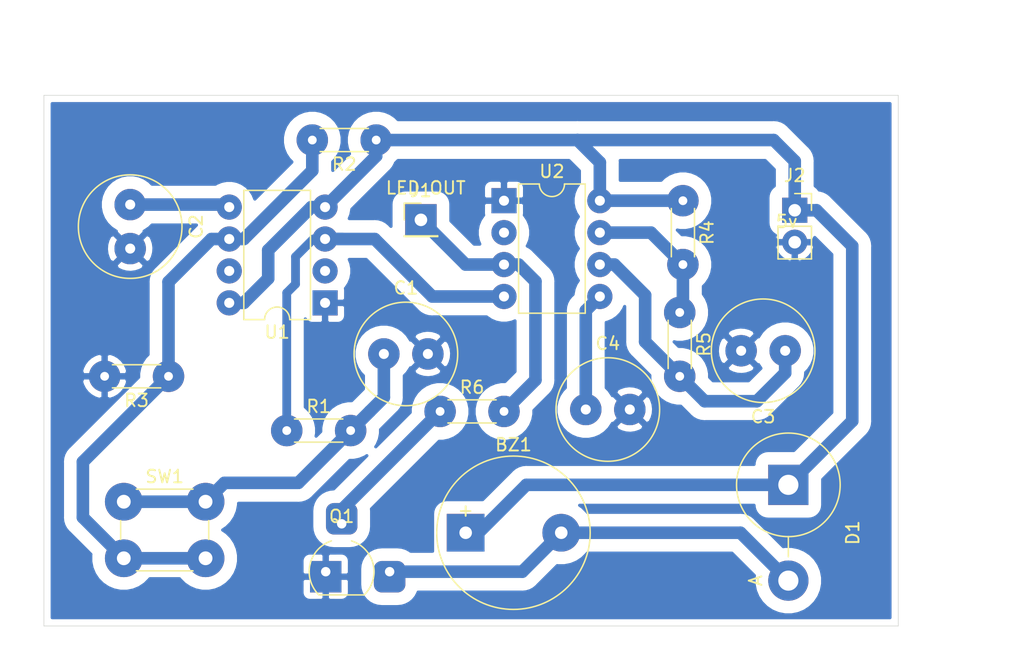
<source format=kicad_pcb>
(kicad_pcb (version 20171130) (host pcbnew 5.1.7-a382d34a8~87~ubuntu18.04.1)

  (general
    (thickness 1.6)
    (drawings 8)
    (tracks 75)
    (zones 0)
    (modules 18)
    (nets 13)
  )

  (page A4)
  (layers
    (0 F.Cu signal)
    (31 B.Cu signal)
    (32 B.Adhes user)
    (33 F.Adhes user)
    (34 B.Paste user)
    (35 F.Paste user)
    (36 B.SilkS user)
    (37 F.SilkS user)
    (38 B.Mask user)
    (39 F.Mask user)
    (40 Dwgs.User user)
    (41 Cmts.User user)
    (42 Eco1.User user)
    (43 Eco2.User user)
    (44 Edge.Cuts user)
    (45 Margin user)
    (46 B.CrtYd user)
    (47 F.CrtYd user)
    (48 B.Fab user)
    (49 F.Fab user)
  )

  (setup
    (last_trace_width 1)
    (user_trace_width 0.381)
    (user_trace_width 0.508)
    (user_trace_width 0.7)
    (user_trace_width 1)
    (trace_clearance 0.2)
    (zone_clearance 0.508)
    (zone_45_only no)
    (trace_min 0.2)
    (via_size 0.8)
    (via_drill 0.4)
    (via_min_size 0.4)
    (via_min_drill 0.3)
    (uvia_size 0.3)
    (uvia_drill 0.1)
    (uvias_allowed no)
    (uvia_min_size 0.2)
    (uvia_min_drill 0.1)
    (edge_width 0.05)
    (segment_width 0.2)
    (pcb_text_width 0.3)
    (pcb_text_size 1.5 1.5)
    (mod_edge_width 0.12)
    (mod_text_size 1 1)
    (mod_text_width 0.15)
    (pad_size 2.5 2.5)
    (pad_drill 0.7)
    (pad_to_mask_clearance 0)
    (aux_axis_origin 0 0)
    (visible_elements 7FFFFFFF)
    (pcbplotparams
      (layerselection 0x01000_ffffffff)
      (usegerberextensions false)
      (usegerberattributes true)
      (usegerberadvancedattributes true)
      (creategerberjobfile true)
      (excludeedgelayer false)
      (linewidth 0.100000)
      (plotframeref false)
      (viasonmask false)
      (mode 1)
      (useauxorigin false)
      (hpglpennumber 1)
      (hpglpenspeed 20)
      (hpglpendiameter 15.000000)
      (psnegative false)
      (psa4output false)
      (plotreference true)
      (plotvalue true)
      (plotinvisibletext false)
      (padsonsilk false)
      (subtractmaskfromsilk false)
      (outputformat 4)
      (mirror true)
      (drillshape 1)
      (scaleselection 1)
      (outputdirectory "./svg/"))
  )

  (net 0 "")
  (net 1 GND)
  (net 2 "Net-(C1-Pad1)")
  (net 3 VCC)
  (net 4 OUT)
  (net 5 OUT1)
  (net 6 "Net-(BZ1-Pad2)")
  (net 7 /CTRL1)
  (net 8 /THR2)
  (net 9 /CTRL2)
  (net 10 /THR1)
  (net 11 /DIS2)
  (net 12 "Net-(Q1-Pad2)")

  (net_class Default "This is the default net class."
    (clearance 0.2)
    (trace_width 0.25)
    (via_dia 0.8)
    (via_drill 0.4)
    (uvia_dia 0.3)
    (uvia_drill 0.1)
  )

  (net_class homemade ""
    (clearance 0.508)
    (trace_width 0.508)
    (via_dia 0.8)
    (via_drill 0.4)
    (uvia_dia 0.3)
    (uvia_drill 0.1)
  )

  (net_class homemade2 ""
    (clearance 0.7)
    (trace_width 0.7)
    (via_dia 0.8)
    (via_drill 0.4)
    (uvia_dia 0.3)
    (uvia_drill 0.1)
  )

  (net_class homemade3 ""
    (clearance 1)
    (trace_width 1)
    (via_dia 0.8)
    (via_drill 0.4)
    (uvia_dia 0.3)
    (uvia_drill 0.1)
    (add_net /CTRL1)
    (add_net /CTRL2)
    (add_net /DIS2)
    (add_net /THR1)
    (add_net /THR2)
    (add_net GND)
    (add_net "Net-(BZ1-Pad2)")
    (add_net "Net-(C1-Pad1)")
    (add_net "Net-(Q1-Pad2)")
    (add_net OUT)
    (add_net OUT1)
    (add_net VCC)
  )

  (module Package_DIP:DIP-8_W7.62mm (layer F.Cu) (tedit 5F99A797) (tstamp 5F8B7726)
    (at 226.2632 36.0172 180)
    (descr "8-lead though-hole mounted DIP package, row spacing 7.62 mm (300 mils)")
    (tags "THT DIP DIL PDIP 2.54mm 7.62mm 300mil")
    (path /5F8B1729)
    (fp_text reference U1 (at 3.81 -2.33) (layer F.SilkS)
      (effects (font (size 1 1) (thickness 0.15)))
    )
    (fp_text value TLC555xP (at 3.81 9.95) (layer F.Fab)
      (effects (font (size 1 1) (thickness 0.15)))
    )
    (fp_line (start 8.7 -1.55) (end -1.1 -1.55) (layer F.CrtYd) (width 0.05))
    (fp_line (start 8.7 9.15) (end 8.7 -1.55) (layer F.CrtYd) (width 0.05))
    (fp_line (start -1.1 9.15) (end 8.7 9.15) (layer F.CrtYd) (width 0.05))
    (fp_line (start -1.1 -1.55) (end -1.1 9.15) (layer F.CrtYd) (width 0.05))
    (fp_line (start 6.46 -1.33) (end 4.81 -1.33) (layer F.SilkS) (width 0.12))
    (fp_line (start 6.46 8.95) (end 6.46 -1.33) (layer F.SilkS) (width 0.12))
    (fp_line (start 1.16 8.95) (end 6.46 8.95) (layer F.SilkS) (width 0.12))
    (fp_line (start 1.16 -1.33) (end 1.16 8.95) (layer F.SilkS) (width 0.12))
    (fp_line (start 2.81 -1.33) (end 1.16 -1.33) (layer F.SilkS) (width 0.12))
    (fp_line (start 0.635 -0.27) (end 1.635 -1.27) (layer F.Fab) (width 0.1))
    (fp_line (start 0.635 8.89) (end 0.635 -0.27) (layer F.Fab) (width 0.1))
    (fp_line (start 6.985 8.89) (end 0.635 8.89) (layer F.Fab) (width 0.1))
    (fp_line (start 6.985 -1.27) (end 6.985 8.89) (layer F.Fab) (width 0.1))
    (fp_line (start 1.635 -1.27) (end 6.985 -1.27) (layer F.Fab) (width 0.1))
    (fp_text user %R (at 3.81 3.81) (layer F.Fab)
      (effects (font (size 1 1) (thickness 0.15)))
    )
    (fp_arc (start 3.81 -1.33) (end 2.81 -1.33) (angle -180) (layer F.SilkS) (width 0.12))
    (pad 8 thru_hole oval (at 7.62 0 180) (size 2 2) (drill 0.8) (layers *.Cu *.Mask)
      (net 3 VCC))
    (pad 4 thru_hole oval (at 0 7.62 180) (size 2 2) (drill 0.8) (layers *.Cu *.Mask)
      (net 3 VCC))
    (pad 7 thru_hole oval (at 7.62 2.54 180) (size 2 2) (drill 0.8) (layers *.Cu *.Mask))
    (pad 3 thru_hole oval (at 0 5.08 180) (size 2 2) (drill 0.8) (layers *.Cu *.Mask)
      (net 5 OUT1))
    (pad 6 thru_hole oval (at 7.62 5.08 180) (size 2 2) (drill 0.8) (layers *.Cu *.Mask)
      (net 10 /THR1))
    (pad 2 thru_hole oval (at 0 2.54 180) (size 2 2) (drill 0.8) (layers *.Cu *.Mask)
      (net 10 /THR1))
    (pad 5 thru_hole oval (at 7.62 7.62 180) (size 2 2) (drill 0.8) (layers *.Cu *.Mask)
      (net 7 /CTRL1))
    (pad 1 thru_hole rect (at 0 0 180) (size 2 2) (drill 0.8) (layers *.Cu *.Mask)
      (net 1 GND))
    (model ${KISYS3DMOD}/Package_DIP.3dshapes/DIP-8_W7.62mm.wrl
      (at (xyz 0 0 0))
      (scale (xyz 1 1 1))
      (rotate (xyz 0 0 0))
    )
  )

  (module Resistor_THT:R_Axial_DIN0204_L3.6mm_D1.6mm_P5.08mm_Horizontal (layer F.Cu) (tedit 5F99A6E7) (tstamp 5F94C652)
    (at 235.4072 44.6532)
    (descr "Resistor, Axial_DIN0204 series, Axial, Horizontal, pin pitch=5.08mm, 0.167W, length*diameter=3.6*1.6mm^2, http://cdn-reichelt.de/documents/datenblatt/B400/1_4W%23YAG.pdf")
    (tags "Resistor Axial_DIN0204 series Axial Horizontal pin pitch 5.08mm 0.167W length 3.6mm diameter 1.6mm")
    (path /5F949B69)
    (fp_text reference R6 (at 2.54 -1.92) (layer F.SilkS)
      (effects (font (size 1 1) (thickness 0.15)))
    )
    (fp_text value 1k (at 2.54 1.92) (layer F.Fab)
      (effects (font (size 1 1) (thickness 0.15)))
    )
    (fp_line (start 6.03 -1.05) (end -0.95 -1.05) (layer F.CrtYd) (width 0.05))
    (fp_line (start 6.03 1.05) (end 6.03 -1.05) (layer F.CrtYd) (width 0.05))
    (fp_line (start -0.95 1.05) (end 6.03 1.05) (layer F.CrtYd) (width 0.05))
    (fp_line (start -0.95 -1.05) (end -0.95 1.05) (layer F.CrtYd) (width 0.05))
    (fp_line (start 0.62 0.92) (end 4.46 0.92) (layer F.SilkS) (width 0.12))
    (fp_line (start 0.62 -0.92) (end 4.46 -0.92) (layer F.SilkS) (width 0.12))
    (fp_line (start 5.08 0) (end 4.34 0) (layer F.Fab) (width 0.1))
    (fp_line (start 0 0) (end 0.74 0) (layer F.Fab) (width 0.1))
    (fp_line (start 4.34 -0.8) (end 0.74 -0.8) (layer F.Fab) (width 0.1))
    (fp_line (start 4.34 0.8) (end 4.34 -0.8) (layer F.Fab) (width 0.1))
    (fp_line (start 0.74 0.8) (end 4.34 0.8) (layer F.Fab) (width 0.1))
    (fp_line (start 0.74 -0.8) (end 0.74 0.8) (layer F.Fab) (width 0.1))
    (fp_text user %R (at 2.54 0) (layer F.Fab)
      (effects (font (size 0.72 0.72) (thickness 0.108)))
    )
    (pad 2 thru_hole oval (at 5.08 0) (size 2.5 2.5) (drill 0.7) (layers *.Cu *.Mask)
      (net 4 OUT))
    (pad 1 thru_hole circle (at 0 0) (size 2.5 2.5) (drill 0.7) (layers *.Cu *.Mask)
      (net 12 "Net-(Q1-Pad2)"))
    (model ${KISYS3DMOD}/Resistor_THT.3dshapes/R_Axial_DIN0204_L3.6mm_D1.6mm_P5.08mm_Horizontal.wrl
      (at (xyz 0 0 0))
      (scale (xyz 1 1 1))
      (rotate (xyz 0 0 0))
    )
  )

  (module Capacitor_THT:C_Radial_D8.0mm_H7.0mm_P3.50mm (layer F.Cu) (tedit 5F99A7AC) (tstamp 5F904E17)
    (at 230.9368 40.0812)
    (descr "C, Radial series, Radial, pin pitch=3.50mm, diameter=8mm, height=7mm, Non-Polar Electrolytic Capacitor")
    (tags "C Radial series Radial pin pitch 3.50mm diameter 8mm height 7mm Non-Polar Electrolytic Capacitor")
    (path /5F8F7B70)
    (fp_text reference C1 (at 1.75 -5.25) (layer F.SilkS)
      (effects (font (size 1 1) (thickness 0.15)))
    )
    (fp_text value 1uF (at 1.75 5.25) (layer F.Fab)
      (effects (font (size 1 1) (thickness 0.15)))
    )
    (fp_circle (center 1.75 0) (end 6 0) (layer F.CrtYd) (width 0.05))
    (fp_circle (center 1.75 0) (end 5.87 0) (layer F.SilkS) (width 0.12))
    (fp_circle (center 1.75 0) (end 5.75 0) (layer F.Fab) (width 0.1))
    (fp_text user %R (at 1.75 0) (layer F.Fab)
      (effects (font (size 1 1) (thickness 0.15)))
    )
    (pad 2 thru_hole circle (at 3.5 0) (size 2.5 2.5) (drill 0.8) (layers *.Cu *.Mask)
      (net 1 GND))
    (pad 1 thru_hole circle (at 0 0) (size 2.5 2.5) (drill 0.8) (layers *.Cu *.Mask)
      (net 2 "Net-(C1-Pad1)"))
    (model ${KISYS3DMOD}/Capacitor_THT.3dshapes/C_Radial_D8.0mm_H7.0mm_P3.50mm.wrl
      (at (xyz 0 0 0))
      (scale (xyz 1 1 1))
      (rotate (xyz 0 0 0))
    )
  )

  (module Buzzer_Beeper:MagneticBuzzer_ProSignal_ABI-010-RC (layer F.Cu) (tedit 5F99A784) (tstamp 5F99B94F)
    (at 237.4392 54.3052)
    (descr "Buzzer, Elektromagnetic Beeper, Summer, 12V-DC,")
    (tags "Pro Signal ABI-010-RC ")
    (path /5F996F1B)
    (fp_text reference BZ1 (at 3.8 -7) (layer F.SilkS)
      (effects (font (size 1 1) (thickness 0.15)))
    )
    (fp_text value Buzzer (at 3.8 7) (layer F.Fab)
      (effects (font (size 1 1) (thickness 0.15)))
    )
    (fp_circle (center 3.8 0) (end 10.05 0) (layer F.CrtYd) (width 0.05))
    (fp_circle (center 3.8 0) (end 5.1 0.5) (layer F.Fab) (width 0.1))
    (fp_circle (center 3.8 0) (end 9.9 0) (layer F.SilkS) (width 0.12))
    (fp_circle (center 3.8 0) (end 9.8 0) (layer F.Fab) (width 0.1))
    (fp_text user %R (at 3.8 -7) (layer F.Fab)
      (effects (font (size 1 1) (thickness 0.15)))
    )
    (fp_text user + (at 0 -1.8) (layer F.SilkS)
      (effects (font (size 1 1) (thickness 0.15)))
    )
    (fp_text user + (at 0 -1.8) (layer F.Fab)
      (effects (font (size 1 1) (thickness 0.15)))
    )
    (pad 2 thru_hole circle (at 7.6 0) (size 3 3) (drill 1) (layers *.Cu *.Mask)
      (net 6 "Net-(BZ1-Pad2)"))
    (pad 1 thru_hole rect (at 0 0) (size 3 3) (drill 1) (layers *.Cu *.Mask)
      (net 3 VCC))
    (model ${KISYS3DMOD}/Buzzer_Beeper.3dshapes/MagneticBuzzer_ProSignal_ABI-010-RC.wrl
      (at (xyz 0 0 0))
      (scale (xyz 1 1 1))
      (rotate (xyz 0 0 0))
    )
  )

  (module leddriver:TO-92_HandSolder_Large_Pad (layer F.Cu) (tedit 5F81B750) (tstamp 5F909C3F)
    (at 226.314 57.404)
    (descr "TO-92 leads molded, narrow, drill 0.75mm, handsoldering variant with enlarged pads (see NXP sot054_po.pdf)")
    (tags "to-92 sc-43 sc-43a sot54 PA33 transistor")
    (path /5F99A019)
    (fp_text reference Q1 (at 1.27 -4.4) (layer F.SilkS)
      (effects (font (size 1 1) (thickness 0.15)))
    )
    (fp_text value 2N3904 (at 1.27 2.79) (layer F.Fab)
      (effects (font (size 1 1) (thickness 0.15)))
    )
    (fp_line (start 6.35 2.01) (end -1.46 2.01) (layer F.CrtYd) (width 0.05))
    (fp_line (start 6.35 2.01) (end 6.35 -5.588) (layer F.CrtYd) (width 0.05))
    (fp_line (start -1.46 -5.588) (end -1.46 2.01) (layer F.CrtYd) (width 0.05))
    (fp_line (start -1.46 -5.588) (end 6.35 -5.588) (layer F.CrtYd) (width 0.05))
    (fp_line (start -0.5 1.75) (end 3 1.75) (layer F.Fab) (width 0.1))
    (fp_line (start -0.53 1.85) (end 3.07 1.85) (layer F.SilkS) (width 0.12))
    (fp_text user %R (at 1.27 0) (layer F.Fab)
      (effects (font (size 1 1) (thickness 0.15)))
    )
    (fp_arc (start 1.27 -0.06) (end 1.27 -2.54) (angle 135) (layer F.Fab) (width 0.1))
    (fp_arc (start 1.27 0) (end 0.45 -2.45) (angle -116.9632683) (layer F.SilkS) (width 0.12))
    (fp_arc (start 1.27 0) (end 1.27 -2.48) (angle -135) (layer F.Fab) (width 0.1))
    (fp_arc (start 1.27 0) (end 2.05 -2.45) (angle 117.6433766) (layer F.SilkS) (width 0.12))
    (pad 2 thru_hole roundrect (at 1.27 -3.81) (size 2.5 2.5) (drill 0.75 (offset 0 -0.4)) (layers *.Cu *.Mask) (roundrect_rratio 0.25)
      (net 12 "Net-(Q1-Pad2)"))
    (pad 3 thru_hole roundrect (at 5.08 0) (size 2.5 2.5) (drill 0.75 (offset 0 0.4)) (layers *.Cu *.Mask) (roundrect_rratio 0.25)
      (net 6 "Net-(BZ1-Pad2)"))
    (pad 1 thru_hole rect (at 0 0) (size 2.5 2.5) (drill 0.75 (offset 0 0.4)) (layers *.Cu *.Mask)
      (net 1 GND))
    (model ${KISYS3DMOD}/Package_TO_SOT_THT.3dshapes/TO-92.wrl
      (at (xyz 0 0 0))
      (scale (xyz 1 1 1))
      (rotate (xyz 0 0 0))
    )
  )

  (module Capacitor_THT:C_Radial_D8.0mm_H7.0mm_P3.50mm (layer F.Cu) (tedit 5F99A6F1) (tstamp 5F905324)
    (at 246.9896 44.5008)
    (descr "C, Radial series, Radial, pin pitch=3.50mm, diameter=8mm, height=7mm, Non-Polar Electrolytic Capacitor")
    (tags "C Radial series Radial pin pitch 3.50mm diameter 8mm height 7mm Non-Polar Electrolytic Capacitor")
    (path /5F91CC75)
    (fp_text reference C4 (at 1.75 -5.25) (layer F.SilkS)
      (effects (font (size 1 1) (thickness 0.15)))
    )
    (fp_text value .01uF (at 1.75 5.25) (layer F.Fab)
      (effects (font (size 1 1) (thickness 0.15)))
    )
    (fp_circle (center 1.75 0) (end 6 0) (layer F.CrtYd) (width 0.05))
    (fp_circle (center 1.75 0) (end 5.87 0) (layer F.SilkS) (width 0.12))
    (fp_circle (center 1.75 0) (end 5.75 0) (layer F.Fab) (width 0.1))
    (fp_text user %R (at 1.75 0) (layer F.Fab)
      (effects (font (size 1 1) (thickness 0.15)))
    )
    (pad 2 thru_hole circle (at 3.5 0) (size 2.5 2.5) (drill 0.8) (layers *.Cu *.Mask)
      (net 1 GND))
    (pad 1 thru_hole circle (at 0 0) (size 2.5 2.5) (drill 0.8) (layers *.Cu *.Mask)
      (net 9 /CTRL2))
    (model ${KISYS3DMOD}/Capacitor_THT.3dshapes/C_Radial_D8.0mm_H7.0mm_P3.50mm.wrl
      (at (xyz 0 0 0))
      (scale (xyz 1 1 1))
      (rotate (xyz 0 0 0))
    )
  )

  (module Package_DIP:DIP-8_W7.62mm (layer F.Cu) (tedit 5F99A52F) (tstamp 5F905450)
    (at 240.4872 27.8892)
    (descr "8-lead though-hole mounted DIP package, row spacing 7.62 mm (300 mils)")
    (tags "THT DIP DIL PDIP 2.54mm 7.62mm 300mil")
    (path /5F901CFE)
    (fp_text reference U2 (at 3.81 -2.33) (layer F.SilkS)
      (effects (font (size 1 1) (thickness 0.15)))
    )
    (fp_text value TLC555xP (at 3.81 9.95) (layer F.Fab)
      (effects (font (size 1 1) (thickness 0.15)))
    )
    (fp_line (start 8.7 -1.55) (end -1.1 -1.55) (layer F.CrtYd) (width 0.05))
    (fp_line (start 8.7 9.15) (end 8.7 -1.55) (layer F.CrtYd) (width 0.05))
    (fp_line (start -1.1 9.15) (end 8.7 9.15) (layer F.CrtYd) (width 0.05))
    (fp_line (start -1.1 -1.55) (end -1.1 9.15) (layer F.CrtYd) (width 0.05))
    (fp_line (start 6.46 -1.33) (end 4.81 -1.33) (layer F.SilkS) (width 0.12))
    (fp_line (start 6.46 8.95) (end 6.46 -1.33) (layer F.SilkS) (width 0.12))
    (fp_line (start 1.16 8.95) (end 6.46 8.95) (layer F.SilkS) (width 0.12))
    (fp_line (start 1.16 -1.33) (end 1.16 8.95) (layer F.SilkS) (width 0.12))
    (fp_line (start 2.81 -1.33) (end 1.16 -1.33) (layer F.SilkS) (width 0.12))
    (fp_line (start 0.635 -0.27) (end 1.635 -1.27) (layer F.Fab) (width 0.1))
    (fp_line (start 0.635 8.89) (end 0.635 -0.27) (layer F.Fab) (width 0.1))
    (fp_line (start 6.985 8.89) (end 0.635 8.89) (layer F.Fab) (width 0.1))
    (fp_line (start 6.985 -1.27) (end 6.985 8.89) (layer F.Fab) (width 0.1))
    (fp_line (start 1.635 -1.27) (end 6.985 -1.27) (layer F.Fab) (width 0.1))
    (fp_arc (start 3.81 -1.33) (end 2.81 -1.33) (angle -180) (layer F.SilkS) (width 0.12))
    (pad 8 thru_hole oval (at 7.62 0) (size 2 2) (drill 0.8) (layers *.Cu *.Mask)
      (net 3 VCC))
    (pad 4 thru_hole oval (at 0 7.62) (size 2 2) (drill 0.8) (layers *.Cu *.Mask)
      (net 5 OUT1))
    (pad 7 thru_hole oval (at 7.62 2.54) (size 2 2) (drill 0.8) (layers *.Cu *.Mask)
      (net 11 /DIS2))
    (pad 3 thru_hole oval (at 0 5.08) (size 2 2) (drill 0.8) (layers *.Cu *.Mask)
      (net 4 OUT))
    (pad 6 thru_hole oval (at 7.62 5.08) (size 2 2) (drill 0.8) (layers *.Cu *.Mask)
      (net 8 /THR2))
    (pad 2 thru_hole oval (at 0 2.54) (size 2 2) (drill 0.8) (layers *.Cu *.Mask)
      (net 8 /THR2))
    (pad 5 thru_hole oval (at 7.62 7.62) (size 2 2) (drill 0.8) (layers *.Cu *.Mask)
      (net 9 /CTRL2))
    (pad 1 thru_hole rect (at 0 0) (size 2 2) (drill 0.8) (layers *.Cu *.Mask)
      (net 1 GND))
    (model ${KISYS3DMOD}/Package_DIP.3dshapes/DIP-8_W7.62mm.wrl
      (at (xyz 0 0 0))
      (scale (xyz 1 1 1))
      (rotate (xyz 0 0 0))
    )
  )

  (module Connector_PinHeader_2.54mm:PinHeader_1x01_P2.54mm_Vertical (layer F.Cu) (tedit 5F99A7C7) (tstamp 5F906D05)
    (at 233.8832 29.4132)
    (descr "Through hole straight pin header, 1x01, 2.54mm pitch, single row")
    (tags "Through hole pin header THT 1x01 2.54mm single row")
    (path /5F9568D2)
    (fp_text reference J1 (at 0 -2.33) (layer F.SilkS)
      (effects (font (size 1 1) (thickness 0.15)))
    )
    (fp_text value Conn_01x01_Male (at 0 2.33) (layer F.Fab)
      (effects (font (size 1 1) (thickness 0.15)))
    )
    (fp_line (start 1.8 -1.8) (end -1.8 -1.8) (layer F.CrtYd) (width 0.05))
    (fp_line (start 1.8 1.8) (end 1.8 -1.8) (layer F.CrtYd) (width 0.05))
    (fp_line (start -1.8 1.8) (end 1.8 1.8) (layer F.CrtYd) (width 0.05))
    (fp_line (start -1.8 -1.8) (end -1.8 1.8) (layer F.CrtYd) (width 0.05))
    (fp_line (start -1.33 -1.33) (end 0 -1.33) (layer F.SilkS) (width 0.12))
    (fp_line (start -1.33 0) (end -1.33 -1.33) (layer F.SilkS) (width 0.12))
    (fp_line (start -1.33 1.27) (end 1.33 1.27) (layer F.SilkS) (width 0.12))
    (fp_line (start 1.33 1.27) (end 1.33 1.33) (layer F.SilkS) (width 0.12))
    (fp_line (start -1.33 1.27) (end -1.33 1.33) (layer F.SilkS) (width 0.12))
    (fp_line (start -1.33 1.33) (end 1.33 1.33) (layer F.SilkS) (width 0.12))
    (fp_line (start -1.27 -0.635) (end -0.635 -1.27) (layer F.Fab) (width 0.1))
    (fp_line (start -1.27 1.27) (end -1.27 -0.635) (layer F.Fab) (width 0.1))
    (fp_line (start 1.27 1.27) (end -1.27 1.27) (layer F.Fab) (width 0.1))
    (fp_line (start 1.27 -1.27) (end 1.27 1.27) (layer F.Fab) (width 0.1))
    (fp_line (start -0.635 -1.27) (end 1.27 -1.27) (layer F.Fab) (width 0.1))
    (fp_text user %R (at 0 0 90) (layer F.Fab)
      (effects (font (size 1 1) (thickness 0.15)))
    )
    (pad 1 thru_hole rect (at 0 0) (size 2.5 2.5) (drill 1) (layers *.Cu *.Mask)
      (net 4 OUT))
    (model ${KISYS3DMOD}/Connector_PinHeader_2.54mm.3dshapes/PinHeader_1x01_P2.54mm_Vertical.wrl
      (at (xyz 0 0 0))
      (scale (xyz 1 1 1))
      (rotate (xyz 0 0 0))
    )
  )

  (module Connector_PinSocket_2.54mm:PinSocket_1x02_P2.54mm_Vertical (layer F.Cu) (tedit 5F99A715) (tstamp 5F906D3B)
    (at 263.6012 28.6512)
    (descr "Through hole straight socket strip, 1x02, 2.54mm pitch, single row (from Kicad 4.0.7), script generated")
    (tags "Through hole socket strip THT 1x02 2.54mm single row")
    (path /5F9522AD)
    (fp_text reference J2 (at 0 -2.77) (layer F.SilkS)
      (effects (font (size 1 1) (thickness 0.15)))
    )
    (fp_text value Conn_01x02_Male (at 5.334 0.889 90) (layer F.Fab) hide
      (effects (font (size 1 1) (thickness 0.15)))
    )
    (fp_line (start -1.8 4.3) (end -1.8 -1.8) (layer F.CrtYd) (width 0.05))
    (fp_line (start 1.75 4.3) (end -1.8 4.3) (layer F.CrtYd) (width 0.05))
    (fp_line (start 1.75 -1.8) (end 1.75 4.3) (layer F.CrtYd) (width 0.05))
    (fp_line (start -1.8 -1.8) (end 1.75 -1.8) (layer F.CrtYd) (width 0.05))
    (fp_line (start 0 -1.33) (end 1.33 -1.33) (layer F.SilkS) (width 0.12))
    (fp_line (start 1.33 -1.33) (end 1.33 0) (layer F.SilkS) (width 0.12))
    (fp_line (start 1.33 1.27) (end 1.33 3.87) (layer F.SilkS) (width 0.12))
    (fp_line (start -1.33 3.87) (end 1.33 3.87) (layer F.SilkS) (width 0.12))
    (fp_line (start -1.33 1.27) (end -1.33 3.87) (layer F.SilkS) (width 0.12))
    (fp_line (start -1.33 1.27) (end 1.33 1.27) (layer F.SilkS) (width 0.12))
    (fp_line (start -1.27 3.81) (end -1.27 -1.27) (layer F.Fab) (width 0.1))
    (fp_line (start 1.27 3.81) (end -1.27 3.81) (layer F.Fab) (width 0.1))
    (fp_line (start 1.27 -0.635) (end 1.27 3.81) (layer F.Fab) (width 0.1))
    (fp_line (start 0.635 -1.27) (end 1.27 -0.635) (layer F.Fab) (width 0.1))
    (fp_line (start -1.27 -1.27) (end 0.635 -1.27) (layer F.Fab) (width 0.1))
    (fp_text user %R (at 0 1.27 90) (layer F.Fab)
      (effects (font (size 1 1) (thickness 0.15)))
    )
    (pad 2 thru_hole oval (at 0 2.54) (size 2 2) (drill 1) (layers *.Cu *.Mask)
      (net 1 GND))
    (pad 1 thru_hole rect (at 0 0) (size 2 2) (drill 1) (layers *.Cu *.Mask)
      (net 3 VCC))
    (model ${KISYS3DMOD}/Connector_PinSocket_2.54mm.3dshapes/PinSocket_1x02_P2.54mm_Vertical.wrl
      (at (xyz 0 0 0))
      (scale (xyz 1 1 1))
      (rotate (xyz 0 0 0))
    )
  )

  (module Capacitor_THT:C_Radial_D8.0mm_H7.0mm_P3.50mm (layer F.Cu) (tedit 5F99A618) (tstamp 5F90530F)
    (at 262.8392 39.8272 180)
    (descr "C, Radial series, Radial, pin pitch=3.50mm, diameter=8mm, height=7mm, Non-Polar Electrolytic Capacitor")
    (tags "C Radial series Radial pin pitch 3.50mm diameter 8mm height 7mm Non-Polar Electrolytic Capacitor")
    (path /5F90BC33)
    (fp_text reference C3 (at 1.75 -5.25) (layer F.SilkS)
      (effects (font (size 1 1) (thickness 0.15)))
    )
    (fp_text value 4.7uF (at 1.75 5.25) (layer F.Fab)
      (effects (font (size 1 1) (thickness 0.15)))
    )
    (fp_circle (center 1.75 0) (end 6 0) (layer F.CrtYd) (width 0.05))
    (fp_circle (center 1.75 0) (end 5.87 0) (layer F.SilkS) (width 0.12))
    (fp_circle (center 1.75 0) (end 5.75 0) (layer F.Fab) (width 0.1))
    (fp_text user %R (at 1.75 0) (layer F.Fab)
      (effects (font (size 1 1) (thickness 0.15)))
    )
    (pad 2 thru_hole circle (at 3.5 0 180) (size 2.5 2.5) (drill 0.8) (layers *.Cu *.Mask)
      (net 1 GND))
    (pad 1 thru_hole circle (at 0 0 180) (size 2.5 2.5) (drill 0.8) (layers *.Cu *.Mask)
      (net 8 /THR2))
    (model ${KISYS3DMOD}/Capacitor_THT.3dshapes/C_Radial_D8.0mm_H7.0mm_P3.50mm.wrl
      (at (xyz 0 0 0))
      (scale (xyz 1 1 1))
      (rotate (xyz 0 0 0))
    )
  )

  (module Diode_THT:D_5KPW_P7.62mm_Vertical_AnodeUp (layer F.Cu) (tedit 5AE50CD5) (tstamp 5F91693C)
    (at 263.0932 50.4952 270)
    (descr "Diode, 5KPW series, Axial, Vertical, pin pitch=7.62mm, , length*diameter=9*8mm^2, , http://www.diodes.com/_files/packages/8686949.gif")
    (tags "Diode 5KPW series Axial Vertical pin pitch 7.62mm  length 9mm diameter 8mm")
    (path /5F93D059)
    (fp_text reference D1 (at 3.81 -5.12 90) (layer F.SilkS)
      (effects (font (size 1 1) (thickness 0.15)))
    )
    (fp_text value D (at 3.81 5.12 90) (layer F.Fab)
      (effects (font (size 1 1) (thickness 0.15)))
    )
    (fp_circle (center 0 0) (end 4 0) (layer F.Fab) (width 0.1))
    (fp_circle (center 0 0) (end 4.12 0) (layer F.SilkS) (width 0.12))
    (fp_line (start 0 0) (end 7.62 0) (layer F.Fab) (width 0.1))
    (fp_line (start 4.12 0) (end 5.72 0) (layer F.SilkS) (width 0.12))
    (fp_line (start -4.25 -4.25) (end -4.25 4.25) (layer F.CrtYd) (width 0.05))
    (fp_line (start -4.25 4.25) (end 9.47 4.25) (layer F.CrtYd) (width 0.05))
    (fp_line (start 9.47 4.25) (end 9.47 -4.25) (layer F.CrtYd) (width 0.05))
    (fp_line (start 9.47 -4.25) (end -4.25 -4.25) (layer F.CrtYd) (width 0.05))
    (fp_text user A (at 7.62 2.6 90) (layer F.SilkS)
      (effects (font (size 1 1) (thickness 0.15)))
    )
    (fp_text user A (at 7.62 2.6 90) (layer F.Fab)
      (effects (font (size 1 1) (thickness 0.15)))
    )
    (fp_text user %R (at 0 -2.1 90) (layer F.Fab)
      (effects (font (size 1 1) (thickness 0.15)))
    )
    (pad 2 thru_hole oval (at 7.62 0 270) (size 3.2 3.2) (drill 1.6) (layers *.Cu *.Mask)
      (net 6 "Net-(BZ1-Pad2)"))
    (pad 1 thru_hole rect (at 0 0 270) (size 3.2 3.2) (drill 1.6) (layers *.Cu *.Mask)
      (net 3 VCC))
    (model ${KISYS3DMOD}/Diode_THT.3dshapes/D_5KPW_P7.62mm_Vertical_AnodeUp.wrl
      (at (xyz 0 0 0))
      (scale (xyz 1 1 1))
      (rotate (xyz 0 0 0))
    )
  )

  (module Resistor_THT:R_Axial_DIN0204_L3.6mm_D1.6mm_P5.08mm_Horizontal (layer F.Cu) (tedit 5F99A740) (tstamp 5F9053C2)
    (at 254.4572 36.7792 270)
    (descr "Resistor, Axial_DIN0204 series, Axial, Horizontal, pin pitch=5.08mm, 0.167W, length*diameter=3.6*1.6mm^2, http://cdn-reichelt.de/documents/datenblatt/B400/1_4W%23YAG.pdf")
    (tags "Resistor Axial_DIN0204 series Axial Horizontal pin pitch 5.08mm 0.167W length 3.6mm diameter 1.6mm")
    (path /5F90A959)
    (fp_text reference R5 (at 2.54 -1.92 90) (layer F.SilkS)
      (effects (font (size 1 1) (thickness 0.15)))
    )
    (fp_text value 68k (at 2.54 1.92 90) (layer F.Fab)
      (effects (font (size 1 1) (thickness 0.15)))
    )
    (fp_line (start 6.03 -1.05) (end -0.95 -1.05) (layer F.CrtYd) (width 0.05))
    (fp_line (start 6.03 1.05) (end 6.03 -1.05) (layer F.CrtYd) (width 0.05))
    (fp_line (start -0.95 1.05) (end 6.03 1.05) (layer F.CrtYd) (width 0.05))
    (fp_line (start -0.95 -1.05) (end -0.95 1.05) (layer F.CrtYd) (width 0.05))
    (fp_line (start 0.62 0.92) (end 4.46 0.92) (layer F.SilkS) (width 0.12))
    (fp_line (start 0.62 -0.92) (end 4.46 -0.92) (layer F.SilkS) (width 0.12))
    (fp_line (start 5.08 0) (end 4.34 0) (layer F.Fab) (width 0.1))
    (fp_line (start 0 0) (end 0.74 0) (layer F.Fab) (width 0.1))
    (fp_line (start 4.34 -0.8) (end 0.74 -0.8) (layer F.Fab) (width 0.1))
    (fp_line (start 4.34 0.8) (end 4.34 -0.8) (layer F.Fab) (width 0.1))
    (fp_line (start 0.74 0.8) (end 4.34 0.8) (layer F.Fab) (width 0.1))
    (fp_line (start 0.74 -0.8) (end 0.74 0.8) (layer F.Fab) (width 0.1))
    (fp_text user %R (at 2.54 0 90) (layer F.Fab)
      (effects (font (size 0.72 0.72) (thickness 0.108)))
    )
    (pad 2 thru_hole oval (at 5.08 0 270) (size 2.5 2.5) (drill 0.7) (layers *.Cu *.Mask)
      (net 8 /THR2))
    (pad 1 thru_hole circle (at 0 0 270) (size 2.5 2.5) (drill 0.7) (layers *.Cu *.Mask)
      (net 11 /DIS2))
    (model ${KISYS3DMOD}/Resistor_THT.3dshapes/R_Axial_DIN0204_L3.6mm_D1.6mm_P5.08mm_Horizontal.wrl
      (at (xyz 0 0 0))
      (scale (xyz 1 1 1))
      (rotate (xyz 0 0 0))
    )
  )

  (module Resistor_THT:R_Axial_DIN0204_L3.6mm_D1.6mm_P5.08mm_Horizontal (layer F.Cu) (tedit 5F99A707) (tstamp 5F9053B3)
    (at 254.7112 27.8892 270)
    (descr "Resistor, Axial_DIN0204 series, Axial, Horizontal, pin pitch=5.08mm, 0.167W, length*diameter=3.6*1.6mm^2, http://cdn-reichelt.de/documents/datenblatt/B400/1_4W%23YAG.pdf")
    (tags "Resistor Axial_DIN0204 series Axial Horizontal pin pitch 5.08mm 0.167W length 3.6mm diameter 1.6mm")
    (path /5F90B146)
    (fp_text reference R4 (at 2.54 -1.92 90) (layer F.SilkS)
      (effects (font (size 1 1) (thickness 0.15)))
    )
    (fp_text value 68k (at 2.54 1.92 90) (layer F.Fab)
      (effects (font (size 1 1) (thickness 0.15)))
    )
    (fp_line (start 6.03 -1.05) (end -0.95 -1.05) (layer F.CrtYd) (width 0.05))
    (fp_line (start 6.03 1.05) (end 6.03 -1.05) (layer F.CrtYd) (width 0.05))
    (fp_line (start -0.95 1.05) (end 6.03 1.05) (layer F.CrtYd) (width 0.05))
    (fp_line (start -0.95 -1.05) (end -0.95 1.05) (layer F.CrtYd) (width 0.05))
    (fp_line (start 0.62 0.92) (end 4.46 0.92) (layer F.SilkS) (width 0.12))
    (fp_line (start 0.62 -0.92) (end 4.46 -0.92) (layer F.SilkS) (width 0.12))
    (fp_line (start 5.08 0) (end 4.34 0) (layer F.Fab) (width 0.1))
    (fp_line (start 0 0) (end 0.74 0) (layer F.Fab) (width 0.1))
    (fp_line (start 4.34 -0.8) (end 0.74 -0.8) (layer F.Fab) (width 0.1))
    (fp_line (start 4.34 0.8) (end 4.34 -0.8) (layer F.Fab) (width 0.1))
    (fp_line (start 0.74 0.8) (end 4.34 0.8) (layer F.Fab) (width 0.1))
    (fp_line (start 0.74 -0.8) (end 0.74 0.8) (layer F.Fab) (width 0.1))
    (fp_text user %R (at 2.54 0 90) (layer F.Fab)
      (effects (font (size 0.72 0.72) (thickness 0.108)))
    )
    (pad 2 thru_hole oval (at 5.08 0 270) (size 2.5 2.5) (drill 0.7) (layers *.Cu *.Mask)
      (net 11 /DIS2))
    (pad 1 thru_hole circle (at 0 0 270) (size 2.5 2.5) (drill 0.7) (layers *.Cu *.Mask)
      (net 3 VCC))
    (model ${KISYS3DMOD}/Resistor_THT.3dshapes/R_Axial_DIN0204_L3.6mm_D1.6mm_P5.08mm_Horizontal.wrl
      (at (xyz 0 0 0))
      (scale (xyz 1 1 1))
      (rotate (xyz 0 0 0))
    )
  )

  (module Resistor_THT:R_Axial_DIN0204_L3.6mm_D1.6mm_P5.08mm_Horizontal (layer F.Cu) (tedit 5F99A75F) (tstamp 5F904E70)
    (at 213.8172 41.8592 180)
    (descr "Resistor, Axial_DIN0204 series, Axial, Horizontal, pin pitch=5.08mm, 0.167W, length*diameter=3.6*1.6mm^2, http://cdn-reichelt.de/documents/datenblatt/B400/1_4W%23YAG.pdf")
    (tags "Resistor Axial_DIN0204 series Axial Horizontal pin pitch 5.08mm 0.167W length 3.6mm diameter 1.6mm")
    (path /5F8FCFDD)
    (fp_text reference R3 (at 2.54 -1.92) (layer F.SilkS)
      (effects (font (size 1 1) (thickness 0.15)))
    )
    (fp_text value 68k (at 2.54 1.92) (layer F.Fab)
      (effects (font (size 1 1) (thickness 0.15)))
    )
    (fp_line (start 6.03 -1.05) (end -0.95 -1.05) (layer F.CrtYd) (width 0.05))
    (fp_line (start 6.03 1.05) (end 6.03 -1.05) (layer F.CrtYd) (width 0.05))
    (fp_line (start -0.95 1.05) (end 6.03 1.05) (layer F.CrtYd) (width 0.05))
    (fp_line (start -0.95 -1.05) (end -0.95 1.05) (layer F.CrtYd) (width 0.05))
    (fp_line (start 0.62 0.92) (end 4.46 0.92) (layer F.SilkS) (width 0.12))
    (fp_line (start 0.62 -0.92) (end 4.46 -0.92) (layer F.SilkS) (width 0.12))
    (fp_line (start 5.08 0) (end 4.34 0) (layer F.Fab) (width 0.1))
    (fp_line (start 0 0) (end 0.74 0) (layer F.Fab) (width 0.1))
    (fp_line (start 4.34 -0.8) (end 0.74 -0.8) (layer F.Fab) (width 0.1))
    (fp_line (start 4.34 0.8) (end 4.34 -0.8) (layer F.Fab) (width 0.1))
    (fp_line (start 0.74 0.8) (end 4.34 0.8) (layer F.Fab) (width 0.1))
    (fp_line (start 0.74 -0.8) (end 0.74 0.8) (layer F.Fab) (width 0.1))
    (fp_text user %R (at 2.54 0) (layer F.Fab)
      (effects (font (size 0.72 0.72) (thickness 0.108)))
    )
    (pad 2 thru_hole oval (at 5.08 0 180) (size 2.5 2.5) (drill 0.7) (layers *.Cu *.Mask)
      (net 1 GND))
    (pad 1 thru_hole circle (at 0 0 180) (size 2.5 2.5) (drill 0.7) (layers *.Cu *.Mask)
      (net 10 /THR1))
    (model ${KISYS3DMOD}/Resistor_THT.3dshapes/R_Axial_DIN0204_L3.6mm_D1.6mm_P5.08mm_Horizontal.wrl
      (at (xyz 0 0 0))
      (scale (xyz 1 1 1))
      (rotate (xyz 0 0 0))
    )
  )

  (module Resistor_THT:R_Axial_DIN0204_L3.6mm_D1.6mm_P5.08mm_Horizontal (layer F.Cu) (tedit 5F99A7DF) (tstamp 5F908E0C)
    (at 230.3272 23.0632 180)
    (descr "Resistor, Axial_DIN0204 series, Axial, Horizontal, pin pitch=5.08mm, 0.167W, length*diameter=3.6*1.6mm^2, http://cdn-reichelt.de/documents/datenblatt/B400/1_4W%23YAG.pdf")
    (tags "Resistor Axial_DIN0204 series Axial Horizontal pin pitch 5.08mm 0.167W length 3.6mm diameter 1.6mm")
    (path /5F8FBB43)
    (fp_text reference R2 (at 2.54 -1.92) (layer F.SilkS)
      (effects (font (size 1 1) (thickness 0.15)))
    )
    (fp_text value 68k (at 2.54 1.92) (layer F.Fab)
      (effects (font (size 1 1) (thickness 0.15)))
    )
    (fp_line (start 6.03 -1.05) (end -0.95 -1.05) (layer F.CrtYd) (width 0.05))
    (fp_line (start 6.03 1.05) (end 6.03 -1.05) (layer F.CrtYd) (width 0.05))
    (fp_line (start -0.95 1.05) (end 6.03 1.05) (layer F.CrtYd) (width 0.05))
    (fp_line (start -0.95 -1.05) (end -0.95 1.05) (layer F.CrtYd) (width 0.05))
    (fp_line (start 0.62 0.92) (end 4.46 0.92) (layer F.SilkS) (width 0.12))
    (fp_line (start 0.62 -0.92) (end 4.46 -0.92) (layer F.SilkS) (width 0.12))
    (fp_line (start 5.08 0) (end 4.34 0) (layer F.Fab) (width 0.1))
    (fp_line (start 0 0) (end 0.74 0) (layer F.Fab) (width 0.1))
    (fp_line (start 4.34 -0.8) (end 0.74 -0.8) (layer F.Fab) (width 0.1))
    (fp_line (start 4.34 0.8) (end 4.34 -0.8) (layer F.Fab) (width 0.1))
    (fp_line (start 0.74 0.8) (end 4.34 0.8) (layer F.Fab) (width 0.1))
    (fp_line (start 0.74 -0.8) (end 0.74 0.8) (layer F.Fab) (width 0.1))
    (fp_text user %R (at 2.54 0) (layer F.Fab)
      (effects (font (size 0.72 0.72) (thickness 0.108)))
    )
    (pad 2 thru_hole oval (at 5.08 0 180) (size 2.5 2.5) (drill 0.7) (layers *.Cu *.Mask)
      (net 10 /THR1))
    (pad 1 thru_hole circle (at 0 0 180) (size 2.5 2.5) (drill 0.7) (layers *.Cu *.Mask)
      (net 3 VCC))
    (model ${KISYS3DMOD}/Resistor_THT.3dshapes/R_Axial_DIN0204_L3.6mm_D1.6mm_P5.08mm_Horizontal.wrl
      (at (xyz 0 0 0))
      (scale (xyz 1 1 1))
      (rotate (xyz 0 0 0))
    )
  )

  (module Resistor_THT:R_Axial_DIN0204_L3.6mm_D1.6mm_P5.08mm_Horizontal (layer F.Cu) (tedit 5F99A5E9) (tstamp 5F904E52)
    (at 223.2152 46.1772)
    (descr "Resistor, Axial_DIN0204 series, Axial, Horizontal, pin pitch=5.08mm, 0.167W, length*diameter=3.6*1.6mm^2, http://cdn-reichelt.de/documents/datenblatt/B400/1_4W%23YAG.pdf")
    (tags "Resistor Axial_DIN0204 series Axial Horizontal pin pitch 5.08mm 0.167W length 3.6mm diameter 1.6mm")
    (path /5F8F5299)
    (fp_text reference R1 (at 2.54 -1.92) (layer F.SilkS)
      (effects (font (size 1 1) (thickness 0.15)))
    )
    (fp_text value 68k (at 2.54 1.92) (layer F.Fab)
      (effects (font (size 1 1) (thickness 0.15)))
    )
    (fp_line (start 6.03 -1.05) (end -0.95 -1.05) (layer F.CrtYd) (width 0.05))
    (fp_line (start 6.03 1.05) (end 6.03 -1.05) (layer F.CrtYd) (width 0.05))
    (fp_line (start -0.95 1.05) (end 6.03 1.05) (layer F.CrtYd) (width 0.05))
    (fp_line (start -0.95 -1.05) (end -0.95 1.05) (layer F.CrtYd) (width 0.05))
    (fp_line (start 0.62 0.92) (end 4.46 0.92) (layer F.SilkS) (width 0.12))
    (fp_line (start 0.62 -0.92) (end 4.46 -0.92) (layer F.SilkS) (width 0.12))
    (fp_line (start 5.08 0) (end 4.34 0) (layer F.Fab) (width 0.1))
    (fp_line (start 0 0) (end 0.74 0) (layer F.Fab) (width 0.1))
    (fp_line (start 4.34 -0.8) (end 0.74 -0.8) (layer F.Fab) (width 0.1))
    (fp_line (start 4.34 0.8) (end 4.34 -0.8) (layer F.Fab) (width 0.1))
    (fp_line (start 0.74 0.8) (end 4.34 0.8) (layer F.Fab) (width 0.1))
    (fp_line (start 0.74 -0.8) (end 0.74 0.8) (layer F.Fab) (width 0.1))
    (fp_text user %R (at 2.54 0) (layer F.Fab)
      (effects (font (size 0.72 0.72) (thickness 0.108)))
    )
    (pad 2 thru_hole oval (at 5.08 0) (size 2.5 2.5) (drill 0.7) (layers *.Cu *.Mask)
      (net 2 "Net-(C1-Pad1)"))
    (pad 1 thru_hole circle (at 0 0) (size 2.5 2.5) (drill 0.7) (layers *.Cu *.Mask)
      (net 5 OUT1))
    (model ${KISYS3DMOD}/Resistor_THT.3dshapes/R_Axial_DIN0204_L3.6mm_D1.6mm_P5.08mm_Horizontal.wrl
      (at (xyz 0 0 0))
      (scale (xyz 1 1 1))
      (rotate (xyz 0 0 0))
    )
  )

  (module Capacitor_THT:C_Radial_D8.0mm_H7.0mm_P3.50mm (layer F.Cu) (tedit 5F99A752) (tstamp 5F904E2C)
    (at 210.7692 28.1992 270)
    (descr "C, Radial series, Radial, pin pitch=3.50mm, diameter=8mm, height=7mm, Non-Polar Electrolytic Capacitor")
    (tags "C Radial series Radial pin pitch 3.50mm diameter 8mm height 7mm Non-Polar Electrolytic Capacitor")
    (path /5F9055D9)
    (fp_text reference C2 (at 1.75 -5.25 90) (layer F.SilkS)
      (effects (font (size 1 1) (thickness 0.15)))
    )
    (fp_text value .01uF (at 1.75 5.25 90) (layer F.Fab)
      (effects (font (size 1 1) (thickness 0.15)))
    )
    (fp_circle (center 1.75 0) (end 6 0) (layer F.CrtYd) (width 0.05))
    (fp_circle (center 1.75 0) (end 5.87 0) (layer F.SilkS) (width 0.12))
    (fp_circle (center 1.75 0) (end 5.75 0) (layer F.Fab) (width 0.1))
    (fp_text user %R (at 1.75 0 90) (layer F.Fab)
      (effects (font (size 1 1) (thickness 0.15)))
    )
    (pad 2 thru_hole circle (at 3.5 0 270) (size 2.5 2.5) (drill 0.8) (layers *.Cu *.Mask)
      (net 1 GND))
    (pad 1 thru_hole circle (at 0 0 270) (size 2.5 2.5) (drill 0.8) (layers *.Cu *.Mask)
      (net 7 /CTRL1))
    (model ${KISYS3DMOD}/Capacitor_THT.3dshapes/C_Radial_D8.0mm_H7.0mm_P3.50mm.wrl
      (at (xyz 0 0 0))
      (scale (xyz 1 1 1))
      (rotate (xyz 0 0 0))
    )
  )

  (module Button_Switch_THT:SW_PUSH_6mm_H5mm (layer F.Cu) (tedit 5F99A776) (tstamp 5F904E8F)
    (at 210.2612 51.8372)
    (descr "tactile push button, 6x6mm e.g. PHAP33xx series, height=5mm")
    (tags "tact sw push 6mm")
    (path /5F8F5FE1)
    (fp_text reference SW1 (at 3.25 -2) (layer F.SilkS)
      (effects (font (size 1 1) (thickness 0.15)))
    )
    (fp_text value SW_Push (at 3.75 6.7) (layer F.Fab)
      (effects (font (size 1 1) (thickness 0.15)))
    )
    (fp_circle (center 3.25 2.25) (end 1.25 2.5) (layer F.Fab) (width 0.1))
    (fp_line (start 6.75 3) (end 6.75 1.5) (layer F.SilkS) (width 0.12))
    (fp_line (start 5.5 -1) (end 1 -1) (layer F.SilkS) (width 0.12))
    (fp_line (start -0.25 1.5) (end -0.25 3) (layer F.SilkS) (width 0.12))
    (fp_line (start 1 5.5) (end 5.5 5.5) (layer F.SilkS) (width 0.12))
    (fp_line (start 8 -1.25) (end 8 5.75) (layer F.CrtYd) (width 0.05))
    (fp_line (start 7.75 6) (end -1.25 6) (layer F.CrtYd) (width 0.05))
    (fp_line (start -1.5 5.75) (end -1.5 -1.25) (layer F.CrtYd) (width 0.05))
    (fp_line (start -1.25 -1.5) (end 7.75 -1.5) (layer F.CrtYd) (width 0.05))
    (fp_line (start -1.5 6) (end -1.25 6) (layer F.CrtYd) (width 0.05))
    (fp_line (start -1.5 5.75) (end -1.5 6) (layer F.CrtYd) (width 0.05))
    (fp_line (start -1.5 -1.5) (end -1.25 -1.5) (layer F.CrtYd) (width 0.05))
    (fp_line (start -1.5 -1.25) (end -1.5 -1.5) (layer F.CrtYd) (width 0.05))
    (fp_line (start 8 -1.5) (end 8 -1.25) (layer F.CrtYd) (width 0.05))
    (fp_line (start 7.75 -1.5) (end 8 -1.5) (layer F.CrtYd) (width 0.05))
    (fp_line (start 8 6) (end 8 5.75) (layer F.CrtYd) (width 0.05))
    (fp_line (start 7.75 6) (end 8 6) (layer F.CrtYd) (width 0.05))
    (fp_line (start 0.25 -0.75) (end 3.25 -0.75) (layer F.Fab) (width 0.1))
    (fp_line (start 0.25 5.25) (end 0.25 -0.75) (layer F.Fab) (width 0.1))
    (fp_line (start 6.25 5.25) (end 0.25 5.25) (layer F.Fab) (width 0.1))
    (fp_line (start 6.25 -0.75) (end 6.25 5.25) (layer F.Fab) (width 0.1))
    (fp_line (start 3.25 -0.75) (end 6.25 -0.75) (layer F.Fab) (width 0.1))
    (pad 1 thru_hole circle (at 6.5 0 90) (size 3 3) (drill 1.1) (layers *.Cu *.Mask)
      (net 2 "Net-(C1-Pad1)"))
    (pad 2 thru_hole circle (at 6.5 4.5 90) (size 3 3) (drill 1.1) (layers *.Cu *.Mask)
      (net 10 /THR1))
    (pad 1 thru_hole circle (at 0 0 90) (size 3 3) (drill 1.1) (layers *.Cu *.Mask)
      (net 2 "Net-(C1-Pad1)"))
    (pad 2 thru_hole circle (at 0 4.5 90) (size 3 3) (drill 1.1) (layers *.Cu *.Mask)
      (net 10 /THR1))
    (model ${KISYS3DMOD}/Button_Switch_THT.3dshapes/SW_PUSH_6mm_H5mm.wrl
      (at (xyz 0 0 0))
      (scale (xyz 1 1 1))
      (rotate (xyz 0 0 0))
    )
  )

  (gr_line (start 203.9112 61.722) (end 271.8308 61.722) (layer Edge.Cuts) (width 0.05))
  (gr_line (start 203.9112 19.5072) (end 203.9112 61.722) (layer Edge.Cuts) (width 0.05))
  (gr_text "LED OUT" (at 234.2642 26.8732) (layer F.SilkS)
    (effects (font (size 1 1) (thickness 0.15)))
  )
  (gr_text 5v (at 262.9662 29.5402) (layer F.SilkS)
    (effects (font (size 1 1) (thickness 0.15)))
  )
  (dimension 42.164 (width 0.15) (layer Dwgs.User)
    (gr_text "42.164 mm" (at 279.476452 40.64 270) (layer Dwgs.User)
      (effects (font (size 1 1) (thickness 0.15)))
    )
    (feature1 (pts (xy 271.8308 61.722) (xy 278.762873 61.722)))
    (feature2 (pts (xy 271.8308 19.558) (xy 278.762873 19.558)))
    (crossbar (pts (xy 278.176452 19.558) (xy 278.176452 61.722)))
    (arrow1a (pts (xy 278.176452 61.722) (xy 277.590031 60.595496)))
    (arrow1b (pts (xy 278.176452 61.722) (xy 278.762873 60.595496)))
    (arrow2a (pts (xy 278.176452 19.558) (xy 277.590031 20.684504)))
    (arrow2b (pts (xy 278.176452 19.558) (xy 278.762873 20.684504)))
  )
  (dimension 67.9196 (width 0.15) (layer Dwgs.User)
    (gr_text "67.920 mm" (at 237.871 12.6192) (layer Dwgs.User)
      (effects (font (size 1 1) (thickness 0.15)))
    )
    (feature1 (pts (xy 271.8308 20.0152) (xy 271.8308 13.332779)))
    (feature2 (pts (xy 203.9112 20.0152) (xy 203.9112 13.332779)))
    (crossbar (pts (xy 203.9112 13.9192) (xy 271.8308 13.9192)))
    (arrow1a (pts (xy 271.8308 13.9192) (xy 270.704296 14.505621)))
    (arrow1b (pts (xy 271.8308 13.9192) (xy 270.704296 13.332779)))
    (arrow2a (pts (xy 203.9112 13.9192) (xy 205.037704 14.505621)))
    (arrow2b (pts (xy 203.9112 13.9192) (xy 205.037704 13.332779)))
  )
  (gr_line (start 271.8308 19.5072) (end 271.8308 61.722) (layer Edge.Cuts) (width 0.05))
  (gr_line (start 203.9112 19.5072) (end 271.8308 19.5072) (layer Edge.Cuts) (width 0.05))

  (segment (start 224.135199 50.337201) (end 228.2952 46.1772) (width 1) (layer B.Cu) (net 2))
  (segment (start 218.261199 50.337201) (end 224.135199 50.337201) (width 1) (layer B.Cu) (net 2))
  (segment (start 216.7612 51.8372) (end 218.261199 50.337201) (width 1) (layer B.Cu) (net 2))
  (segment (start 210.2612 51.8372) (end 216.7612 51.8372) (width 1) (layer B.Cu) (net 2))
  (segment (start 229.8192 44.6532) (end 228.2952 46.1772) (width 1) (layer B.Cu) (net 2))
  (segment (start 230.9368 43.5356) (end 229.8192 44.6532) (width 1) (layer B.Cu) (net 2))
  (segment (start 230.9368 40.0812) (end 230.9368 43.5356) (width 1) (layer B.Cu) (net 2))
  (segment (start 230.3272 23.0632) (end 246.3292 23.0632) (width 1) (layer B.Cu) (net 3))
  (segment (start 248.1072 24.8412) (end 248.1072 27.8892) (width 1) (layer B.Cu) (net 3))
  (segment (start 246.3292 23.0632) (end 248.1072 24.8412) (width 1) (layer B.Cu) (net 3))
  (segment (start 246.3292 23.0632) (end 261.9248 23.0632) (width 1) (layer B.Cu) (net 3))
  (segment (start 263.6012 24.7396) (end 263.6012 28.6512) (width 1) (layer B.Cu) (net 3))
  (segment (start 261.9248 23.0632) (end 263.6012 24.7396) (width 1) (layer B.Cu) (net 3))
  (segment (start 248.1072 27.8892) (end 254.7112 27.8892) (width 1) (layer B.Cu) (net 3))
  (segment (start 263.6012 28.6512) (end 265.3284 28.6512) (width 1) (layer B.Cu) (net 3))
  (segment (start 265.3284 28.6512) (end 268.1732 31.496) (width 1) (layer B.Cu) (net 3))
  (segment (start 268.1732 45.4152) (end 263.0932 50.4952) (width 1) (layer B.Cu) (net 3))
  (segment (start 268.1732 31.496) (end 268.1732 45.4152) (width 1) (layer B.Cu) (net 3))
  (segment (start 237.4392 54.3052) (end 238.4552 54.3052) (width 1) (layer B.Cu) (net 3))
  (segment (start 242.2652 50.4952) (end 263.0932 50.4952) (width 1) (layer B.Cu) (net 3))
  (segment (start 238.4552 54.3052) (end 242.2652 50.4952) (width 1) (layer B.Cu) (net 3))
  (segment (start 230.3272 24.3332) (end 230.3272 23.0632) (width 1) (layer B.Cu) (net 3))
  (segment (start 226.2632 28.3972) (end 230.3272 24.3332) (width 1) (layer B.Cu) (net 3))
  (segment (start 225.171643 28.3972) (end 226.2632 28.3972) (width 1) (layer B.Cu) (net 3))
  (segment (start 221.742 31.826843) (end 225.171643 28.3972) (width 1) (layer B.Cu) (net 3))
  (segment (start 221.742 34.078402) (end 221.742 31.826843) (width 1) (layer B.Cu) (net 3))
  (segment (start 219.803202 36.0172) (end 221.742 34.078402) (width 1) (layer B.Cu) (net 3))
  (segment (start 218.6432 36.0172) (end 219.803202 36.0172) (width 1) (layer B.Cu) (net 3))
  (segment (start 241.647202 32.9692) (end 240.4872 32.9692) (width 1) (layer B.Cu) (net 4))
  (segment (start 242.987201 34.309199) (end 241.647202 32.9692) (width 1) (layer B.Cu) (net 4))
  (segment (start 242.987201 42.153199) (end 242.987201 34.309199) (width 1) (layer B.Cu) (net 4))
  (segment (start 240.4872 44.6532) (end 242.987201 42.153199) (width 1) (layer B.Cu) (net 4))
  (segment (start 237.4392 32.9692) (end 240.4872 32.9692) (width 1) (layer B.Cu) (net 4))
  (segment (start 233.8832 29.4132) (end 237.4392 32.9692) (width 1) (layer B.Cu) (net 4))
  (segment (start 234.779198 35.5092) (end 240.4872 35.5092) (width 1) (layer B.Cu) (net 5))
  (segment (start 226.2632 30.9372) (end 230.207198 30.9372) (width 1) (layer B.Cu) (net 5))
  (segment (start 230.207198 30.9372) (end 234.779198 35.5092) (width 1) (layer B.Cu) (net 5))
  (segment (start 227.677413 30.9372) (end 226.2632 30.9372) (width 1) (layer B.Cu) (net 5))
  (segment (start 223.913199 32.349199) (end 225.325198 30.9372) (width 0.7) (layer B.Cu) (net 5))
  (segment (start 225.325198 30.9372) (end 226.2632 30.9372) (width 0.7) (layer B.Cu) (net 5))
  (segment (start 223.913199 34.523512) (end 223.913199 32.349199) (width 0.7) (layer B.Cu) (net 5))
  (segment (start 223.2152 35.221511) (end 223.913199 34.523512) (width 0.7) (layer B.Cu) (net 5))
  (segment (start 223.2152 46.1772) (end 223.2152 35.221511) (width 0.7) (layer B.Cu) (net 5))
  (segment (start 241.9404 57.404) (end 245.0392 54.3052) (width 1) (layer B.Cu) (net 6))
  (segment (start 231.394 57.404) (end 241.9404 57.404) (width 1) (layer B.Cu) (net 6))
  (segment (start 259.2832 54.3052) (end 263.0932 58.1152) (width 1) (layer B.Cu) (net 6))
  (segment (start 245.0392 54.3052) (end 259.2832 54.3052) (width 1) (layer B.Cu) (net 6))
  (segment (start 218.4452 28.1992) (end 218.6432 28.3972) (width 1) (layer B.Cu) (net 7))
  (segment (start 210.7692 28.1992) (end 218.4452 28.1992) (width 1) (layer B.Cu) (net 7))
  (segment (start 251.707199 39.109199) (end 254.4572 41.8592) (width 1) (layer B.Cu) (net 8))
  (segment (start 251.707199 35.409197) (end 251.707199 39.109199) (width 1) (layer B.Cu) (net 8))
  (segment (start 249.267202 32.9692) (end 251.707199 35.409197) (width 1) (layer B.Cu) (net 8))
  (segment (start 248.1072 32.9692) (end 249.267202 32.9692) (width 1) (layer B.Cu) (net 8))
  (segment (start 254.4572 41.8592) (end 256.4384 43.8404) (width 1) (layer B.Cu) (net 8))
  (segment (start 262.8392 41.594966) (end 262.8392 39.8272) (width 1) (layer B.Cu) (net 8))
  (segment (start 260.593766 43.8404) (end 262.8392 41.594966) (width 1) (layer B.Cu) (net 8))
  (segment (start 256.4384 43.8404) (end 260.593766 43.8404) (width 1) (layer B.Cu) (net 8))
  (segment (start 246.9896 36.6268) (end 246.9896 44.5008) (width 1) (layer B.Cu) (net 9))
  (segment (start 248.1072 35.5092) (end 246.9896 36.6268) (width 1) (layer B.Cu) (net 9))
  (segment (start 219.803202 30.9372) (end 218.6432 30.9372) (width 1) (layer B.Cu) (net 10))
  (segment (start 225.2472 25.493202) (end 219.803202 30.9372) (width 1) (layer B.Cu) (net 10))
  (segment (start 225.2472 23.0632) (end 225.2472 25.493202) (width 1) (layer B.Cu) (net 10))
  (segment (start 217.228987 30.9372) (end 213.8172 34.348987) (width 1) (layer B.Cu) (net 10))
  (segment (start 213.8172 34.348987) (end 213.8172 41.8592) (width 1) (layer B.Cu) (net 10))
  (segment (start 218.6432 30.9372) (end 217.228987 30.9372) (width 1) (layer B.Cu) (net 10))
  (segment (start 210.2612 56.3372) (end 216.7612 56.3372) (width 1) (layer B.Cu) (net 10))
  (segment (start 210.2612 56.3372) (end 207.01 53.086) (width 1) (layer B.Cu) (net 10))
  (segment (start 207.01 48.6664) (end 213.8172 41.8592) (width 1) (layer B.Cu) (net 10))
  (segment (start 207.01 53.086) (end 207.01 48.6664) (width 1) (layer B.Cu) (net 10))
  (segment (start 252.1712 30.4292) (end 254.7112 32.9692) (width 1) (layer B.Cu) (net 11))
  (segment (start 248.1072 30.4292) (end 252.1712 30.4292) (width 1) (layer B.Cu) (net 11))
  (segment (start 254.7112 36.5252) (end 254.4572 36.7792) (width 1) (layer B.Cu) (net 11))
  (segment (start 254.7112 32.9692) (end 254.7112 36.5252) (width 1) (layer B.Cu) (net 11))
  (segment (start 227.584 53.594) (end 227.584 52.4764) (width 1) (layer B.Cu) (net 12))
  (segment (start 227.584 52.4764) (end 235.4072 44.6532) (width 1) (layer B.Cu) (net 12))

  (zone (net 1) (net_name GND) (layer B.Cu) (tstamp 5F9AFC9E) (hatch edge 0.508)
    (connect_pads (clearance 0.508))
    (min_thickness 0.254)
    (fill yes (arc_segments 32) (thermal_gap 0.508) (thermal_bridge_width 0.508))
    (polygon
      (pts
        (xy 281.839423 18.5019) (xy 200.800723 18.15265) (xy 200.419723 64.57115) (xy 281.458423 64.6664)
      )
    )
    (filled_polygon
      (pts
        (xy 271.170801 61.062) (xy 204.5712 61.062) (xy 204.5712 59.054) (xy 224.425928 59.054) (xy 224.438188 59.178482)
        (xy 224.474498 59.29818) (xy 224.533463 59.408494) (xy 224.612815 59.505185) (xy 224.709506 59.584537) (xy 224.81982 59.643502)
        (xy 224.939518 59.679812) (xy 225.064 59.692072) (xy 226.02825 59.689) (xy 226.187 59.53025) (xy 226.187 57.931)
        (xy 226.441 57.931) (xy 226.441 59.53025) (xy 226.59975 59.689) (xy 227.564 59.692072) (xy 227.688482 59.679812)
        (xy 227.80818 59.643502) (xy 227.918494 59.584537) (xy 228.015185 59.505185) (xy 228.094537 59.408494) (xy 228.153502 59.29818)
        (xy 228.189812 59.178482) (xy 228.202072 59.054) (xy 228.199 58.08975) (xy 228.04025 57.931) (xy 226.441 57.931)
        (xy 226.187 57.931) (xy 224.58775 57.931) (xy 224.429 58.08975) (xy 224.425928 59.054) (xy 204.5712 59.054)
        (xy 204.5712 48.6664) (xy 205.375129 48.6664) (xy 205.383001 48.746324) (xy 205.383 53.006085) (xy 205.375129 53.086)
        (xy 205.383 53.165914) (xy 205.383 53.165924) (xy 205.406542 53.404947) (xy 205.499575 53.711637) (xy 205.650654 53.994285)
        (xy 205.853971 54.242029) (xy 205.916054 54.292979) (xy 207.645372 56.022298) (xy 207.6342 56.078463) (xy 207.6342 56.595937)
        (xy 207.735154 57.103468) (xy 207.933183 57.581551) (xy 208.220676 58.011815) (xy 208.586585 58.377724) (xy 209.016849 58.665217)
        (xy 209.494932 58.863246) (xy 210.002463 58.9642) (xy 210.519937 58.9642) (xy 211.027468 58.863246) (xy 211.505551 58.665217)
        (xy 211.935815 58.377724) (xy 212.301724 58.011815) (xy 212.333539 57.9642) (xy 214.688861 57.9642) (xy 214.720676 58.011815)
        (xy 215.086585 58.377724) (xy 215.516849 58.665217) (xy 215.994932 58.863246) (xy 216.502463 58.9642) (xy 217.019937 58.9642)
        (xy 217.527468 58.863246) (xy 218.005551 58.665217) (xy 218.435815 58.377724) (xy 218.801724 58.011815) (xy 219.089217 57.581551)
        (xy 219.287246 57.103468) (xy 219.3882 56.595937) (xy 219.3882 56.554) (xy 224.425928 56.554) (xy 224.429 57.51825)
        (xy 224.58775 57.677) (xy 226.187 57.677) (xy 226.187 56.07775) (xy 226.441 56.07775) (xy 226.441 57.677)
        (xy 228.04025 57.677) (xy 228.199 57.51825) (xy 228.202072 56.554) (xy 228.189812 56.429518) (xy 228.153502 56.30982)
        (xy 228.094537 56.199506) (xy 228.015185 56.102815) (xy 227.918494 56.023463) (xy 227.80818 55.964498) (xy 227.688482 55.928188)
        (xy 227.564 55.915928) (xy 226.59975 55.919) (xy 226.441 56.07775) (xy 226.187 56.07775) (xy 226.02825 55.919)
        (xy 225.064 55.915928) (xy 224.939518 55.928188) (xy 224.81982 55.964498) (xy 224.709506 56.023463) (xy 224.612815 56.102815)
        (xy 224.533463 56.199506) (xy 224.474498 56.30982) (xy 224.438188 56.429518) (xy 224.425928 56.554) (xy 219.3882 56.554)
        (xy 219.3882 56.078463) (xy 219.287246 55.570932) (xy 219.089217 55.092849) (xy 218.801724 54.662585) (xy 218.435815 54.296676)
        (xy 218.122312 54.0872) (xy 218.435815 53.877724) (xy 218.801724 53.511815) (xy 219.089217 53.081551) (xy 219.287246 52.603468)
        (xy 219.3882 52.095937) (xy 219.3882 51.964201) (xy 224.055285 51.964201) (xy 224.135199 51.972072) (xy 224.215113 51.964201)
        (xy 224.215124 51.964201) (xy 224.454147 51.940659) (xy 224.760837 51.847626) (xy 225.043485 51.696547) (xy 225.291228 51.49323)
        (xy 225.342178 51.431147) (xy 228.219126 48.5542) (xy 228.529314 48.5542) (xy 228.988545 48.462853) (xy 229.421132 48.28367)
        (xy 229.585899 48.173576) (xy 226.946718 50.812757) (xy 226.616138 50.845316) (xy 226.286452 50.945325) (xy 225.982611 51.107731)
        (xy 225.716293 51.326293) (xy 225.497731 51.592611) (xy 225.335325 51.896452) (xy 225.235316 52.226138) (xy 225.201547 52.569)
        (xy 225.201547 53.819) (xy 225.235316 54.161862) (xy 225.335325 54.491548) (xy 225.497731 54.795389) (xy 225.716293 55.061707)
        (xy 225.982611 55.280269) (xy 226.286452 55.442675) (xy 226.616138 55.542684) (xy 226.959 55.576453) (xy 228.209 55.576453)
        (xy 228.551862 55.542684) (xy 228.881548 55.442675) (xy 229.185389 55.280269) (xy 229.451707 55.061707) (xy 229.670269 54.795389)
        (xy 229.832675 54.491548) (xy 229.932684 54.161862) (xy 229.966453 53.819) (xy 229.966453 52.569) (xy 229.950841 52.410484)
        (xy 235.331125 47.0302) (xy 235.641314 47.0302) (xy 236.100545 46.938853) (xy 236.533132 46.75967) (xy 236.922449 46.499536)
        (xy 237.253536 46.168449) (xy 237.51367 45.779132) (xy 237.692853 45.346545) (xy 237.7842 44.887314) (xy 237.7842 44.419086)
        (xy 237.692853 43.959855) (xy 237.51367 43.527268) (xy 237.253536 43.137951) (xy 236.922449 42.806864) (xy 236.533132 42.54673)
        (xy 236.100545 42.367547) (xy 235.641314 42.2762) (xy 235.173086 42.2762) (xy 234.713855 42.367547) (xy 234.281268 42.54673)
        (xy 233.891951 42.806864) (xy 233.560864 43.137951) (xy 233.30073 43.527268) (xy 233.121547 43.959855) (xy 233.0302 44.419086)
        (xy 233.0302 44.729275) (xy 230.291576 47.467899) (xy 230.40167 47.303132) (xy 230.580853 46.870545) (xy 230.6722 46.411314)
        (xy 230.6722 46.101125) (xy 231.026178 45.747147) (xy 232.030751 44.742575) (xy 232.092829 44.691629) (xy 232.143775 44.629551)
        (xy 232.143778 44.629548) (xy 232.296146 44.443886) (xy 232.361726 44.321195) (xy 232.447225 44.161238) (xy 232.540258 43.854548)
        (xy 232.5638 43.615525) (xy 232.5638 43.615515) (xy 232.571671 43.535601) (xy 232.5638 43.455686) (xy 232.5638 41.815785)
        (xy 232.783136 41.596449) (xy 232.91787 41.394805) (xy 233.3028 41.394805) (xy 233.428714 41.684777) (xy 233.760926 41.850633)
        (xy 234.119112 41.94849) (xy 234.489506 41.974589) (xy 234.857875 41.927925) (xy 235.210062 41.810294) (xy 235.444886 41.684777)
        (xy 235.5708 41.394805) (xy 234.4368 40.260805) (xy 233.3028 41.394805) (xy 232.91787 41.394805) (xy 233.04327 41.207132)
        (xy 233.052622 41.184555) (xy 233.123195 41.2152) (xy 234.257195 40.0812) (xy 234.616405 40.0812) (xy 235.750405 41.2152)
        (xy 236.040377 41.089286) (xy 236.206233 40.757074) (xy 236.30409 40.398888) (xy 236.330189 40.028494) (xy 236.283525 39.660125)
        (xy 236.165894 39.307938) (xy 236.040377 39.073114) (xy 235.750405 38.9472) (xy 234.616405 40.0812) (xy 234.257195 40.0812)
        (xy 233.123195 38.9472) (xy 233.052622 38.977845) (xy 233.04327 38.955268) (xy 232.917871 38.767595) (xy 233.3028 38.767595)
        (xy 234.4368 39.901595) (xy 235.5708 38.767595) (xy 235.444886 38.477623) (xy 235.112674 38.311767) (xy 234.754488 38.21391)
        (xy 234.384094 38.187811) (xy 234.015725 38.234475) (xy 233.663538 38.352106) (xy 233.428714 38.477623) (xy 233.3028 38.767595)
        (xy 232.917871 38.767595) (xy 232.783136 38.565951) (xy 232.452049 38.234864) (xy 232.062732 37.97473) (xy 231.630145 37.795547)
        (xy 231.170914 37.7042) (xy 230.702686 37.7042) (xy 230.243455 37.795547) (xy 229.810868 37.97473) (xy 229.421551 38.234864)
        (xy 229.090464 38.565951) (xy 228.83033 38.955268) (xy 228.651147 39.387855) (xy 228.5598 39.847086) (xy 228.5598 40.315314)
        (xy 228.651147 40.774545) (xy 228.83033 41.207132) (xy 229.090464 41.596449) (xy 229.309801 41.815786) (xy 229.309801 42.861674)
        (xy 228.371275 43.8002) (xy 228.061086 43.8002) (xy 227.601855 43.891547) (xy 227.169268 44.07073) (xy 226.779951 44.330864)
        (xy 226.448864 44.661951) (xy 226.18873 45.051268) (xy 226.009547 45.483855) (xy 225.9182 45.943086) (xy 225.9182 46.253274)
        (xy 225.550495 46.62098) (xy 225.5922 46.411314) (xy 225.5922 45.943086) (xy 225.500853 45.483855) (xy 225.32167 45.051268)
        (xy 225.061536 44.661951) (xy 224.730449 44.330864) (xy 224.6922 44.305307) (xy 224.6922 37.295994) (xy 224.732663 37.371694)
        (xy 224.812015 37.468385) (xy 224.908706 37.547737) (xy 225.01902 37.606702) (xy 225.138718 37.643012) (xy 225.2632 37.655272)
        (xy 225.97745 37.6522) (xy 226.1362 37.49345) (xy 226.1362 36.1442) (xy 226.3902 36.1442) (xy 226.3902 37.49345)
        (xy 226.54895 37.6522) (xy 227.2632 37.655272) (xy 227.387682 37.643012) (xy 227.50738 37.606702) (xy 227.617694 37.547737)
        (xy 227.714385 37.468385) (xy 227.793737 37.371694) (xy 227.852702 37.26138) (xy 227.889012 37.141682) (xy 227.901272 37.0172)
        (xy 227.8982 36.30295) (xy 227.73945 36.1442) (xy 226.3902 36.1442) (xy 226.1362 36.1442) (xy 226.1162 36.1442)
        (xy 226.1162 35.8902) (xy 226.1362 35.8902) (xy 226.1362 35.8702) (xy 226.3902 35.8702) (xy 226.3902 35.8902)
        (xy 227.73945 35.8902) (xy 227.8982 35.73145) (xy 227.901272 35.0172) (xy 227.889012 34.892718) (xy 227.881262 34.867171)
        (xy 227.915349 34.833084) (xy 228.148123 34.484712) (xy 228.308461 34.097623) (xy 228.3902 33.686691) (xy 228.3902 33.267709)
        (xy 228.308461 32.856777) (xy 228.187271 32.5642) (xy 229.533273 32.5642) (xy 233.572218 36.603145) (xy 233.623169 36.665229)
        (xy 233.749058 36.768543) (xy 233.870911 36.868546) (xy 234.015344 36.945747) (xy 234.15356 37.019625) (xy 234.46025 37.112658)
        (xy 234.699273 37.1362) (xy 234.699283 37.1362) (xy 234.779197 37.144071) (xy 234.859112 37.1362) (xy 239.106167 37.1362)
        (xy 239.131316 37.161349) (xy 239.479688 37.394123) (xy 239.866777 37.554461) (xy 240.277709 37.6362) (xy 240.696691 37.6362)
        (xy 241.107623 37.554461) (xy 241.360202 37.449839) (xy 241.360201 41.479273) (xy 240.563275 42.2762) (xy 240.253086 42.2762)
        (xy 239.793855 42.367547) (xy 239.361268 42.54673) (xy 238.971951 42.806864) (xy 238.640864 43.137951) (xy 238.38073 43.527268)
        (xy 238.201547 43.959855) (xy 238.1102 44.419086) (xy 238.1102 44.887314) (xy 238.201547 45.346545) (xy 238.38073 45.779132)
        (xy 238.640864 46.168449) (xy 238.971951 46.499536) (xy 239.361268 46.75967) (xy 239.793855 46.938853) (xy 240.253086 47.0302)
        (xy 240.721314 47.0302) (xy 241.180545 46.938853) (xy 241.613132 46.75967) (xy 242.002449 46.499536) (xy 242.333536 46.168449)
        (xy 242.59367 45.779132) (xy 242.772853 45.346545) (xy 242.8642 44.887314) (xy 242.8642 44.577125) (xy 244.081153 43.360173)
        (xy 244.14323 43.309228) (xy 244.194176 43.24715) (xy 244.194179 43.247147) (xy 244.346547 43.061485) (xy 244.497625 42.778839)
        (xy 244.501069 42.767486) (xy 244.590659 42.472147) (xy 244.614201 42.233124) (xy 244.614201 42.233114) (xy 244.622072 42.1532)
        (xy 244.614201 42.073285) (xy 244.614201 34.389124) (xy 244.622073 34.309199) (xy 244.590659 33.990251) (xy 244.565024 33.905743)
        (xy 244.497626 33.683561) (xy 244.346547 33.400913) (xy 244.255104 33.289489) (xy 244.194179 33.215251) (xy 244.194176 33.215248)
        (xy 244.14323 33.15317) (xy 244.081152 33.102224) (xy 242.854179 31.875252) (xy 242.803231 31.813171) (xy 242.555488 31.609854)
        (xy 242.335133 31.492071) (xy 242.372123 31.436712) (xy 242.532461 31.049623) (xy 242.6142 30.638691) (xy 242.6142 30.219709)
        (xy 242.532461 29.808777) (xy 242.372123 29.421688) (xy 242.139349 29.073316) (xy 242.105262 29.039229) (xy 242.113012 29.013682)
        (xy 242.125272 28.8892) (xy 242.1222 28.17495) (xy 241.96345 28.0162) (xy 240.6142 28.0162) (xy 240.6142 28.0362)
        (xy 240.3602 28.0362) (xy 240.3602 28.0162) (xy 239.01095 28.0162) (xy 238.8522 28.17495) (xy 238.849128 28.8892)
        (xy 238.861388 29.013682) (xy 238.869138 29.039229) (xy 238.835051 29.073316) (xy 238.602277 29.421688) (xy 238.441939 29.808777)
        (xy 238.3602 30.219709) (xy 238.3602 30.638691) (xy 238.441939 31.049623) (xy 238.563129 31.3422) (xy 238.113125 31.3422)
        (xy 236.265653 29.494728) (xy 236.265653 28.1632) (xy 236.243893 27.942269) (xy 236.17945 27.729829) (xy 236.0748 27.534043)
        (xy 235.933965 27.362435) (xy 235.762357 27.2216) (xy 235.566571 27.11695) (xy 235.354131 27.052507) (xy 235.1332 27.030747)
        (xy 232.6332 27.030747) (xy 232.412269 27.052507) (xy 232.199829 27.11695) (xy 232.004043 27.2216) (xy 231.832435 27.362435)
        (xy 231.6916 27.534043) (xy 231.58695 27.729829) (xy 231.522507 27.942269) (xy 231.500747 28.1632) (xy 231.500747 29.929824)
        (xy 231.414176 29.843253) (xy 231.363227 29.781171) (xy 231.115484 29.577854) (xy 230.832836 29.426775) (xy 230.526146 29.333742)
        (xy 230.287123 29.3102) (xy 230.287112 29.3102) (xy 230.207198 29.302329) (xy 230.127284 29.3102) (xy 228.187271 29.3102)
        (xy 228.308461 29.017623) (xy 228.3902 28.606691) (xy 228.3902 28.571125) (xy 230.072125 26.8892) (xy 238.849128 26.8892)
        (xy 238.8522 27.60345) (xy 239.01095 27.7622) (xy 240.3602 27.7622) (xy 240.3602 26.41295) (xy 240.6142 26.41295)
        (xy 240.6142 27.7622) (xy 241.96345 27.7622) (xy 242.1222 27.60345) (xy 242.125272 26.8892) (xy 242.113012 26.764718)
        (xy 242.076702 26.64502) (xy 242.017737 26.534706) (xy 241.938385 26.438015) (xy 241.841694 26.358663) (xy 241.73138 26.299698)
        (xy 241.611682 26.263388) (xy 241.4872 26.251128) (xy 240.77295 26.2542) (xy 240.6142 26.41295) (xy 240.3602 26.41295)
        (xy 240.20145 26.2542) (xy 239.4872 26.251128) (xy 239.362718 26.263388) (xy 239.24302 26.299698) (xy 239.132706 26.358663)
        (xy 239.036015 26.438015) (xy 238.956663 26.534706) (xy 238.897698 26.64502) (xy 238.861388 26.764718) (xy 238.849128 26.8892)
        (xy 230.072125 26.8892) (xy 231.421152 25.540174) (xy 231.483229 25.489229) (xy 231.534175 25.427151) (xy 231.534178 25.427148)
        (xy 231.686546 25.241486) (xy 231.722482 25.174255) (xy 231.837625 24.958838) (xy 231.856992 24.894993) (xy 232.061785 24.6902)
        (xy 245.655275 24.6902) (xy 246.4802 25.515126) (xy 246.480201 26.508166) (xy 246.455051 26.533316) (xy 246.222277 26.881688)
        (xy 246.061939 27.268777) (xy 245.9802 27.679709) (xy 245.9802 28.098691) (xy 246.061939 28.509623) (xy 246.222277 28.896712)
        (xy 246.397665 29.1592) (xy 246.222277 29.421688) (xy 246.061939 29.808777) (xy 245.9802 30.219709) (xy 245.9802 30.638691)
        (xy 246.061939 31.049623) (xy 246.222277 31.436712) (xy 246.397665 31.6992) (xy 246.222277 31.961688) (xy 246.061939 32.348777)
        (xy 245.9802 32.759709) (xy 245.9802 33.178691) (xy 246.061939 33.589623) (xy 246.222277 33.976712) (xy 246.397665 34.2392)
        (xy 246.222277 34.501688) (xy 246.061939 34.888777) (xy 245.9802 35.299709) (xy 245.9802 35.335275) (xy 245.895654 35.419821)
        (xy 245.833571 35.470771) (xy 245.630254 35.718515) (xy 245.479175 36.001163) (xy 245.386142 36.307853) (xy 245.3626 36.546876)
        (xy 245.3626 36.546886) (xy 245.354729 36.6268) (xy 245.3626 36.706715) (xy 245.362601 42.766214) (xy 245.143264 42.985551)
        (xy 244.88313 43.374868) (xy 244.703947 43.807455) (xy 244.6126 44.266686) (xy 244.6126 44.734914) (xy 244.703947 45.194145)
        (xy 244.88313 45.626732) (xy 245.143264 46.016049) (xy 245.474351 46.347136) (xy 245.863668 46.60727) (xy 246.296255 46.786453)
        (xy 246.755486 46.8778) (xy 247.223714 46.8778) (xy 247.682945 46.786453) (xy 248.115532 46.60727) (xy 248.504849 46.347136)
        (xy 248.835936 46.016049) (xy 248.97067 45.814405) (xy 249.3556 45.814405) (xy 249.481514 46.104377) (xy 249.813726 46.270233)
        (xy 250.171912 46.36809) (xy 250.542306 46.394189) (xy 250.910675 46.347525) (xy 251.262862 46.229894) (xy 251.497686 46.104377)
        (xy 251.6236 45.814405) (xy 250.4896 44.680405) (xy 249.3556 45.814405) (xy 248.97067 45.814405) (xy 249.09607 45.626732)
        (xy 249.105422 45.604155) (xy 249.175995 45.6348) (xy 250.309995 44.5008) (xy 250.669205 44.5008) (xy 251.803205 45.6348)
        (xy 252.093177 45.508886) (xy 252.259033 45.176674) (xy 252.35689 44.818488) (xy 252.382989 44.448094) (xy 252.336325 44.079725)
        (xy 252.218694 43.727538) (xy 252.093177 43.492714) (xy 251.803205 43.3668) (xy 250.669205 44.5008) (xy 250.309995 44.5008)
        (xy 249.175995 43.3668) (xy 249.105422 43.397445) (xy 249.09607 43.374868) (xy 248.970671 43.187195) (xy 249.3556 43.187195)
        (xy 250.4896 44.321195) (xy 251.6236 43.187195) (xy 251.497686 42.897223) (xy 251.165474 42.731367) (xy 250.807288 42.63351)
        (xy 250.436894 42.607411) (xy 250.068525 42.654075) (xy 249.716338 42.771706) (xy 249.481514 42.897223) (xy 249.3556 43.187195)
        (xy 248.970671 43.187195) (xy 248.835936 42.985551) (xy 248.6166 42.766215) (xy 248.6166 37.576545) (xy 248.727623 37.554461)
        (xy 249.114712 37.394123) (xy 249.463084 37.161349) (xy 249.759349 36.865084) (xy 249.992123 36.516712) (xy 250.080199 36.304078)
        (xy 250.0802 39.029275) (xy 250.072328 39.109199) (xy 250.0802 39.189124) (xy 250.103742 39.428147) (xy 250.196775 39.734837)
        (xy 250.347853 40.017484) (xy 250.500221 40.203146) (xy 250.500225 40.20315) (xy 250.551171 40.265228) (xy 250.613249 40.316174)
        (xy 252.0802 41.783126) (xy 252.0802 42.093314) (xy 252.171547 42.552545) (xy 252.35073 42.985132) (xy 252.610864 43.374449)
        (xy 252.941951 43.705536) (xy 253.331268 43.96567) (xy 253.763855 44.144853) (xy 254.223086 44.2362) (xy 254.533274 44.2362)
        (xy 255.231425 44.934351) (xy 255.282371 44.996429) (xy 255.344449 45.047375) (xy 255.344452 45.047378) (xy 255.456165 45.139058)
        (xy 255.530114 45.199746) (xy 255.812762 45.350825) (xy 256.119452 45.443858) (xy 256.358475 45.4674) (xy 256.358483 45.4674)
        (xy 256.4384 45.475271) (xy 256.518317 45.4674) (xy 260.513852 45.4674) (xy 260.593766 45.475271) (xy 260.67368 45.4674)
        (xy 260.673691 45.4674) (xy 260.912714 45.443858) (xy 261.219404 45.350825) (xy 261.502052 45.199746) (xy 261.749795 44.996429)
        (xy 261.800745 44.934346) (xy 263.933152 42.80194) (xy 263.995229 42.750995) (xy 264.046175 42.688917) (xy 264.046178 42.688914)
        (xy 264.198546 42.503252) (xy 264.349624 42.220606) (xy 264.359615 42.18767) (xy 264.442658 41.913914) (xy 264.4662 41.674891)
        (xy 264.4662 41.674881) (xy 264.474071 41.594967) (xy 264.47039 41.557595) (xy 264.685536 41.342449) (xy 264.94567 40.953132)
        (xy 265.124853 40.520545) (xy 265.2162 40.061314) (xy 265.2162 39.593086) (xy 265.124853 39.133855) (xy 264.94567 38.701268)
        (xy 264.685536 38.311951) (xy 264.354449 37.980864) (xy 263.965132 37.72073) (xy 263.532545 37.541547) (xy 263.073314 37.4502)
        (xy 262.605086 37.4502) (xy 262.145855 37.541547) (xy 261.713268 37.72073) (xy 261.323951 37.980864) (xy 260.992864 38.311951)
        (xy 260.73273 38.701268) (xy 260.723378 38.723845) (xy 260.652805 38.6932) (xy 259.518805 39.8272) (xy 260.652805 40.9612)
        (xy 260.723378 40.930555) (xy 260.73273 40.953132) (xy 260.911925 41.221315) (xy 259.919841 42.2134) (xy 257.112326 42.2134)
        (xy 256.8342 41.935274) (xy 256.8342 41.625086) (xy 256.742853 41.165855) (xy 256.732477 41.140805) (xy 258.2052 41.140805)
        (xy 258.331114 41.430777) (xy 258.663326 41.596633) (xy 259.021512 41.69449) (xy 259.391906 41.720589) (xy 259.760275 41.673925)
        (xy 260.112462 41.556294) (xy 260.347286 41.430777) (xy 260.4732 41.140805) (xy 259.3392 40.006805) (xy 258.2052 41.140805)
        (xy 256.732477 41.140805) (xy 256.56367 40.733268) (xy 256.303536 40.343951) (xy 255.972449 40.012864) (xy 255.773464 39.879906)
        (xy 257.445811 39.879906) (xy 257.492475 40.248275) (xy 257.610106 40.600462) (xy 257.735623 40.835286) (xy 258.025595 40.9612)
        (xy 259.159595 39.8272) (xy 258.025595 38.6932) (xy 257.735623 38.819114) (xy 257.569767 39.151326) (xy 257.47191 39.509512)
        (xy 257.445811 39.879906) (xy 255.773464 39.879906) (xy 255.583132 39.75273) (xy 255.150545 39.573547) (xy 254.691314 39.4822)
        (xy 254.381126 39.4822) (xy 254.01342 39.114495) (xy 254.223086 39.1562) (xy 254.691314 39.1562) (xy 255.150545 39.064853)
        (xy 255.583132 38.88567) (xy 255.972449 38.625536) (xy 256.08439 38.513595) (xy 258.2052 38.513595) (xy 259.3392 39.647595)
        (xy 260.4732 38.513595) (xy 260.347286 38.223623) (xy 260.015074 38.057767) (xy 259.656888 37.95991) (xy 259.286494 37.933811)
        (xy 258.918125 37.980475) (xy 258.565938 38.098106) (xy 258.331114 38.223623) (xy 258.2052 38.513595) (xy 256.08439 38.513595)
        (xy 256.303536 38.294449) (xy 256.56367 37.905132) (xy 256.742853 37.472545) (xy 256.8342 37.013314) (xy 256.8342 36.545086)
        (xy 256.742853 36.085855) (xy 256.56367 35.653268) (xy 256.3382 35.315829) (xy 256.3382 34.703785) (xy 256.557536 34.484449)
        (xy 256.81767 34.095132) (xy 256.996853 33.662545) (xy 257.0882 33.203314) (xy 257.0882 32.735086) (xy 256.996853 32.275855)
        (xy 256.81767 31.843268) (xy 256.63617 31.571634) (xy 262.011076 31.571634) (xy 262.067698 31.758307) (xy 262.207801 32.046582)
        (xy 262.401452 32.301985) (xy 262.641208 32.514701) (xy 262.917856 32.676556) (xy 263.220765 32.781329) (xy 263.4742 32.662515)
        (xy 263.4742 31.3182) (xy 263.7282 31.3182) (xy 263.7282 32.662515) (xy 263.981635 32.781329) (xy 264.284544 32.676556)
        (xy 264.561192 32.514701) (xy 264.800948 32.301985) (xy 264.994599 32.046582) (xy 265.134702 31.758307) (xy 265.191324 31.571634)
        (xy 265.071977 31.3182) (xy 263.7282 31.3182) (xy 263.4742 31.3182) (xy 262.130423 31.3182) (xy 262.011076 31.571634)
        (xy 256.63617 31.571634) (xy 256.557536 31.453951) (xy 256.226449 31.122864) (xy 255.837132 30.86273) (xy 255.404545 30.683547)
        (xy 254.945314 30.5922) (xy 254.635125 30.5922) (xy 254.26742 30.224495) (xy 254.477086 30.2662) (xy 254.945314 30.2662)
        (xy 255.404545 30.174853) (xy 255.837132 29.99567) (xy 256.226449 29.735536) (xy 256.557536 29.404449) (xy 256.81767 29.015132)
        (xy 256.996853 28.582545) (xy 257.0882 28.123314) (xy 257.0882 27.655086) (xy 256.996853 27.195855) (xy 256.81767 26.763268)
        (xy 256.557536 26.373951) (xy 256.226449 26.042864) (xy 255.837132 25.78273) (xy 255.404545 25.603547) (xy 254.945314 25.5122)
        (xy 254.477086 25.5122) (xy 254.017855 25.603547) (xy 253.585268 25.78273) (xy 253.195951 26.042864) (xy 252.976615 26.2622)
        (xy 249.7342 26.2622) (xy 249.7342 24.921125) (xy 249.742072 24.8412) (xy 249.7272 24.6902) (xy 261.250875 24.6902)
        (xy 261.9742 25.413525) (xy 261.974201 26.708447) (xy 261.972043 26.7096) (xy 261.800435 26.850435) (xy 261.6596 27.022043)
        (xy 261.55495 27.217829) (xy 261.490507 27.430269) (xy 261.468747 27.6512) (xy 261.468747 29.6512) (xy 261.490507 29.872131)
        (xy 261.55495 30.084571) (xy 261.6596 30.280357) (xy 261.800435 30.451965) (xy 261.972043 30.5928) (xy 262.062521 30.641161)
        (xy 262.011076 30.810766) (xy 262.130423 31.0642) (xy 263.4742 31.0642) (xy 263.4742 31.0442) (xy 263.7282 31.0442)
        (xy 263.7282 31.0642) (xy 265.071977 31.0642) (xy 265.189953 30.813678) (xy 266.5462 32.169926) (xy 266.546201 44.741273)
        (xy 263.524728 47.762747) (xy 261.4932 47.762747) (xy 261.272269 47.784507) (xy 261.059829 47.84895) (xy 260.864043 47.9536)
        (xy 260.692435 48.094435) (xy 260.5516 48.266043) (xy 260.44695 48.461829) (xy 260.382507 48.674269) (xy 260.363406 48.8682)
        (xy 242.345125 48.8682) (xy 242.2652 48.860328) (xy 242.185275 48.8682) (xy 241.946252 48.891742) (xy 241.639562 48.984775)
        (xy 241.356914 49.135854) (xy 241.109171 49.339171) (xy 241.058222 49.401253) (xy 238.786728 51.672747) (xy 235.9392 51.672747)
        (xy 235.718269 51.694507) (xy 235.505829 51.75895) (xy 235.310043 51.8636) (xy 235.138435 52.004435) (xy 234.9976 52.176043)
        (xy 234.89295 52.371829) (xy 234.828507 52.584269) (xy 234.806747 52.8052) (xy 234.806747 55.777) (xy 233.067608 55.777)
        (xy 232.995389 55.717731) (xy 232.691548 55.555325) (xy 232.361862 55.455316) (xy 232.019 55.421547) (xy 230.769 55.421547)
        (xy 230.426138 55.455316) (xy 230.096452 55.555325) (xy 229.792611 55.717731) (xy 229.526293 55.936293) (xy 229.307731 56.202611)
        (xy 229.145325 56.506452) (xy 229.045316 56.836138) (xy 229.011547 57.179) (xy 229.011547 58.429) (xy 229.045316 58.771862)
        (xy 229.145325 59.101548) (xy 229.307731 59.405389) (xy 229.526293 59.671707) (xy 229.792611 59.890269) (xy 230.096452 60.052675)
        (xy 230.426138 60.152684) (xy 230.769 60.186453) (xy 232.019 60.186453) (xy 232.361862 60.152684) (xy 232.691548 60.052675)
        (xy 232.995389 59.890269) (xy 233.261707 59.671707) (xy 233.480269 59.405389) (xy 233.642675 59.101548) (xy 233.664075 59.031)
        (xy 241.860486 59.031) (xy 241.9404 59.038871) (xy 242.020314 59.031) (xy 242.020325 59.031) (xy 242.259348 59.007458)
        (xy 242.566038 58.914425) (xy 242.848686 58.763346) (xy 243.096429 58.560029) (xy 243.147379 58.497946) (xy 244.724298 56.921028)
        (xy 244.780463 56.9322) (xy 245.297937 56.9322) (xy 245.805468 56.831246) (xy 246.283551 56.633217) (xy 246.713815 56.345724)
        (xy 247.079724 55.979815) (xy 247.111539 55.9322) (xy 258.609275 55.9322) (xy 260.392329 57.715254) (xy 260.3662 57.846614)
        (xy 260.3662 58.383786) (xy 260.470997 58.910637) (xy 260.676564 59.406919) (xy 260.975001 59.853561) (xy 261.354839 60.233399)
        (xy 261.801481 60.531836) (xy 262.297763 60.737403) (xy 262.824614 60.8422) (xy 263.361786 60.8422) (xy 263.888637 60.737403)
        (xy 264.384919 60.531836) (xy 264.831561 60.233399) (xy 265.211399 59.853561) (xy 265.509836 59.406919) (xy 265.715403 58.910637)
        (xy 265.8202 58.383786) (xy 265.8202 57.846614) (xy 265.715403 57.319763) (xy 265.509836 56.823481) (xy 265.211399 56.376839)
        (xy 264.831561 55.997001) (xy 264.384919 55.698564) (xy 263.888637 55.492997) (xy 263.361786 55.3882) (xy 262.824614 55.3882)
        (xy 262.693254 55.414329) (xy 260.490178 53.211253) (xy 260.439229 53.149171) (xy 260.191486 52.945854) (xy 259.908838 52.794775)
        (xy 259.602148 52.701742) (xy 259.363125 52.6782) (xy 259.363114 52.6782) (xy 259.2832 52.670329) (xy 259.203286 52.6782)
        (xy 247.111539 52.6782) (xy 247.079724 52.630585) (xy 246.713815 52.264676) (xy 246.500584 52.1222) (xy 260.363406 52.1222)
        (xy 260.382507 52.316131) (xy 260.44695 52.528571) (xy 260.5516 52.724357) (xy 260.692435 52.895965) (xy 260.864043 53.0368)
        (xy 261.059829 53.14145) (xy 261.272269 53.205893) (xy 261.4932 53.227653) (xy 264.6932 53.227653) (xy 264.914131 53.205893)
        (xy 265.126571 53.14145) (xy 265.322357 53.0368) (xy 265.493965 52.895965) (xy 265.6348 52.724357) (xy 265.73945 52.528571)
        (xy 265.803893 52.316131) (xy 265.825653 52.0952) (xy 265.825653 50.063672) (xy 269.267151 46.622175) (xy 269.329229 46.571229)
        (xy 269.380175 46.509151) (xy 269.380178 46.509148) (xy 269.532546 46.323486) (xy 269.632935 46.135672) (xy 269.683625 46.040838)
        (xy 269.776658 45.734148) (xy 269.8002 45.495125) (xy 269.8002 45.495117) (xy 269.808071 45.4152) (xy 269.8002 45.335283)
        (xy 269.8002 31.575925) (xy 269.808072 31.496) (xy 269.776658 31.177052) (xy 269.76022 31.122864) (xy 269.683625 30.870362)
        (xy 269.532546 30.587714) (xy 269.466427 30.507147) (xy 269.380178 30.402052) (xy 269.380175 30.402049) (xy 269.329229 30.339971)
        (xy 269.267152 30.289026) (xy 266.535379 27.557254) (xy 266.484429 27.495171) (xy 266.236686 27.291854) (xy 265.954038 27.140775)
        (xy 265.647348 27.047742) (xy 265.55149 27.038301) (xy 265.5428 27.022043) (xy 265.401965 26.850435) (xy 265.230357 26.7096)
        (xy 265.2282 26.708447) (xy 265.2282 24.819525) (xy 265.236072 24.7396) (xy 265.204658 24.420652) (xy 265.142445 24.215563)
        (xy 265.111625 24.113962) (xy 264.960546 23.831314) (xy 264.757229 23.583571) (xy 264.695147 23.532622) (xy 263.13178 21.969255)
        (xy 263.080829 21.907171) (xy 262.833086 21.703854) (xy 262.550438 21.552775) (xy 262.243748 21.459742) (xy 262.004725 21.4362)
        (xy 262.004714 21.4362) (xy 261.9248 21.428329) (xy 261.844886 21.4362) (xy 246.409114 21.4362) (xy 246.3292 21.428329)
        (xy 246.249286 21.4362) (xy 232.061785 21.4362) (xy 231.842449 21.216864) (xy 231.453132 20.95673) (xy 231.020545 20.777547)
        (xy 230.561314 20.6862) (xy 230.093086 20.6862) (xy 229.633855 20.777547) (xy 229.201268 20.95673) (xy 228.811951 21.216864)
        (xy 228.480864 21.547951) (xy 228.22073 21.937268) (xy 228.041547 22.369855) (xy 227.9502 22.829086) (xy 227.9502 23.297314)
        (xy 228.041547 23.756545) (xy 228.205972 24.153502) (xy 226.880655 25.478819) (xy 226.8742 25.413277) (xy 226.8742 24.797785)
        (xy 227.093536 24.578449) (xy 227.35367 24.189132) (xy 227.532853 23.756545) (xy 227.6242 23.297314) (xy 227.6242 22.829086)
        (xy 227.532853 22.369855) (xy 227.35367 21.937268) (xy 227.093536 21.547951) (xy 226.762449 21.216864) (xy 226.373132 20.95673)
        (xy 225.940545 20.777547) (xy 225.481314 20.6862) (xy 225.013086 20.6862) (xy 224.553855 20.777547) (xy 224.121268 20.95673)
        (xy 223.731951 21.216864) (xy 223.400864 21.547951) (xy 223.14073 21.937268) (xy 222.961547 22.369855) (xy 222.8702 22.829086)
        (xy 222.8702 23.297314) (xy 222.961547 23.756545) (xy 223.14073 24.189132) (xy 223.400864 24.578449) (xy 223.620201 24.797786)
        (xy 223.620201 24.819275) (xy 220.680916 27.758561) (xy 220.528123 27.389688) (xy 220.295349 27.041316) (xy 219.999084 26.745051)
        (xy 219.650712 26.512277) (xy 219.263623 26.351939) (xy 218.852691 26.2702) (xy 218.433709 26.2702) (xy 218.022777 26.351939)
        (xy 217.635688 26.512277) (xy 217.546007 26.5722) (xy 212.503785 26.5722) (xy 212.284449 26.352864) (xy 211.895132 26.09273)
        (xy 211.462545 25.913547) (xy 211.003314 25.8222) (xy 210.535086 25.8222) (xy 210.075855 25.913547) (xy 209.643268 26.09273)
        (xy 209.253951 26.352864) (xy 208.922864 26.683951) (xy 208.66273 27.073268) (xy 208.483547 27.505855) (xy 208.3922 27.965086)
        (xy 208.3922 28.433314) (xy 208.483547 28.892545) (xy 208.66273 29.325132) (xy 208.922864 29.714449) (xy 209.253951 30.045536)
        (xy 209.643268 30.30567) (xy 209.665845 30.315022) (xy 209.6352 30.385595) (xy 210.7692 31.519595) (xy 211.9032 30.385595)
        (xy 211.872555 30.315022) (xy 211.895132 30.30567) (xy 212.284449 30.045536) (xy 212.503785 29.8262) (xy 216.036004 29.8262)
        (xy 216.022009 29.843253) (xy 212.723255 33.142007) (xy 212.661171 33.192958) (xy 212.457854 33.440702) (xy 212.306775 33.72335)
        (xy 212.213742 34.03004) (xy 212.1902 34.269063) (xy 212.1902 34.269073) (xy 212.182329 34.348987) (xy 212.1902 34.428902)
        (xy 212.190201 40.124614) (xy 211.970864 40.343951) (xy 211.71073 40.733268) (xy 211.531547 41.165855) (xy 211.4402 41.625086)
        (xy 211.4402 41.935275) (xy 205.91605 47.459425) (xy 205.853972 47.510371) (xy 205.803026 47.572449) (xy 205.803022 47.572453)
        (xy 205.650654 47.758115) (xy 205.499576 48.040762) (xy 205.406543 48.347453) (xy 205.375129 48.6664) (xy 204.5712 48.6664)
        (xy 204.5712 42.278845) (xy 206.899505 42.278845) (xy 206.976067 42.531248) (xy 207.141017 42.861915) (xy 207.367307 43.154048)
        (xy 207.646241 43.396421) (xy 207.9671 43.579719) (xy 208.317554 43.696899) (xy 208.6102 43.581171) (xy 208.6102 41.9862)
        (xy 208.8642 41.9862) (xy 208.8642 43.581171) (xy 209.156846 43.696899) (xy 209.5073 43.579719) (xy 209.828159 43.396421)
        (xy 210.107093 43.154048) (xy 210.333383 42.861915) (xy 210.498333 42.531248) (xy 210.574895 42.278845) (xy 210.458772 41.9862)
        (xy 208.8642 41.9862) (xy 208.6102 41.9862) (xy 207.015628 41.9862) (xy 206.899505 42.278845) (xy 204.5712 42.278845)
        (xy 204.5712 41.439555) (xy 206.899505 41.439555) (xy 207.015628 41.7322) (xy 208.6102 41.7322) (xy 208.6102 40.137229)
        (xy 208.8642 40.137229) (xy 208.8642 41.7322) (xy 210.458772 41.7322) (xy 210.574895 41.439555) (xy 210.498333 41.187152)
        (xy 210.333383 40.856485) (xy 210.107093 40.564352) (xy 209.828159 40.321979) (xy 209.5073 40.138681) (xy 209.156846 40.021501)
        (xy 208.8642 40.137229) (xy 208.6102 40.137229) (xy 208.317554 40.021501) (xy 207.9671 40.138681) (xy 207.646241 40.321979)
        (xy 207.367307 40.564352) (xy 207.141017 40.856485) (xy 206.976067 41.187152) (xy 206.899505 41.439555) (xy 204.5712 41.439555)
        (xy 204.5712 33.012805) (xy 209.6352 33.012805) (xy 209.761114 33.302777) (xy 210.093326 33.468633) (xy 210.451512 33.56649)
        (xy 210.821906 33.592589) (xy 211.190275 33.545925) (xy 211.542462 33.428294) (xy 211.777286 33.302777) (xy 211.9032 33.012805)
        (xy 210.7692 31.878805) (xy 209.6352 33.012805) (xy 204.5712 33.012805) (xy 204.5712 31.751906) (xy 208.875811 31.751906)
        (xy 208.922475 32.120275) (xy 209.040106 32.472462) (xy 209.165623 32.707286) (xy 209.455595 32.8332) (xy 210.589595 31.6992)
        (xy 210.948805 31.6992) (xy 212.082805 32.8332) (xy 212.372777 32.707286) (xy 212.538633 32.375074) (xy 212.63649 32.016888)
        (xy 212.662589 31.646494) (xy 212.615925 31.278125) (xy 212.498294 30.925938) (xy 212.372777 30.691114) (xy 212.082805 30.5652)
        (xy 210.948805 31.6992) (xy 210.589595 31.6992) (xy 209.455595 30.5652) (xy 209.165623 30.691114) (xy 208.999767 31.023326)
        (xy 208.90191 31.381512) (xy 208.875811 31.751906) (xy 204.5712 31.751906) (xy 204.5712 20.1672) (xy 271.1708 20.1672)
      )
    )
  )
)

</source>
